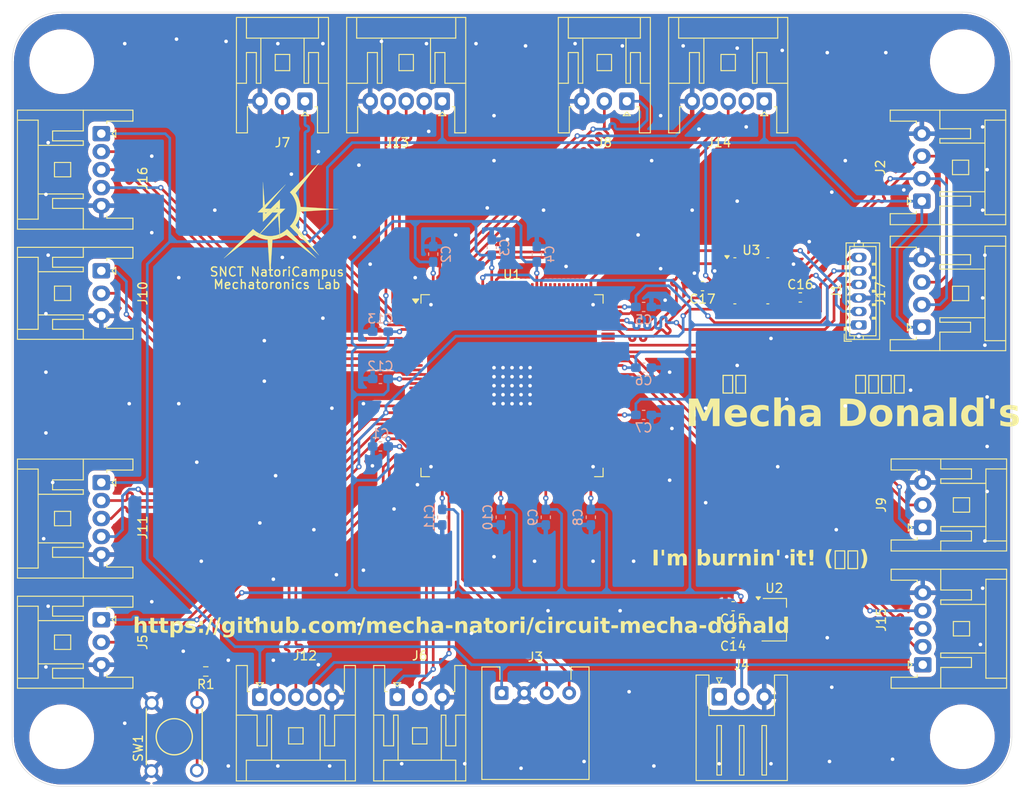
<source format=kicad_pcb>
(kicad_pcb (version 20241229) (generator "pcbnew") (generator_version "9.0")
  (layers (0 "F.Cu" signal) (2 "B.Cu" signal) (13 "F.Paste" user) (15 "B.Paste" user) (5 "F.SilkS" user "F.Silkscreen") (7 "B.SilkS" user "B.Silkscreen") (1 "F.Mask" user) (3 "B.Mask" user) (25 "Edge.Cuts" user))
  (net 0 "")
  (net 1 "+3.3V")
  (net 2 "GND")
  (net 3 "+5V")
  (net 4 "NRST")
  (net 5 "SWO")
  (net 6 "SWCLK")
  (net 7 "SWDIO")
  (net 8 "CAN_N")
  (net 9 "CAN_P")
  (net 10 "UART_RX")
  (net 11 "UART_TX")
  (net 13 "MD1_DIR")
  (net 14 "MD1_PWM")
  (net 15 "MD2_PWM")
  (net 16 "MD2_DIR")
  (net 17 "MD3_PWM")
  (net 18 "MD3_DIR")
  (net 19 "MD4_PWM")
  (net 20 "MD4_DIR")
  (net 21 "MD5_DIR")
  (net 22 "MD5_PWM")
  (net 23 "MD6_DIR")
  (net 24 "MD6_PWM")
  (net 25 "ENC1_B")
  (net 26 "ENC1_Z")
  (net 27 "ENC1_A")
  (net 28 "ENC2_Z")
  (net 29 "ENC2_A")
  (net 30 "ENC2_B")
  (net 31 "ENC3_Z")
  (net 32 "ENC3_A")
  (net 33 "ENC3_B")
  (net 34 "ENC4_B")
  (net 35 "ENC4_Z")
  (net 36 "ENC4_A")
  (net 37 "ENC5_B")
  (net 38 "ENC5_A")
  (net 39 "ENC5_Z")
  (net 40 "ENC6_A")
  (net 41 "ENC6_Z")
  (net 42 "ENC6_B")
  (net 73 "CAN_RX")
  (net 95 "CAN_TX")
  (footprint "circuit-mecha-donald:DF1B-4P-2.5DS" (layer "F.Cu") (at 158.1 125.645)
    (property "Reference" "J3")
    (property "Value" "UART")
  )
  (footprint "circuit-mecha-donald:LOGO" (layer "F.Cu") (at 129.5 73.25)
    (property "Reference" "G***" (hide yes))
    (property "Value" "LOGO" (hide yes))
  )
  (footprint "Connector_JST:JST_XA_S03B-XASK-1N-BN_1x03_P2.50mm_Horizontal" (layer "F.Cu") (at 201.1 107.25 90)
    (property "Reference" "J9")
    (property "Value" "MD5")
  )
  (footprint "Connector_JST:JST_XA_S04B-XASK-1N-BN_1x04_P2.50mm_Horizontal" (layer "F.Cu") (at 201 71 90)
    (property "Reference" "J2")
    (property "Value" "CAN1")
  )
  (footprint "circuit-mecha-donald:tact" (layer "F.Cu") (at 118 130.5 90)
    (property "Reference" "SW1")
    (property "Value" "RESET")
  )
  (footprint "Connector_JST:JST_XA_S04B-XASK-1N-BN_1x04_P2.50mm_Horizontal" (layer "F.Cu") (at 201 85 90)
    (property "Reference" "J17")
    (property "Value" "CAN2")
  )
  (footprint "circuit-mecha-donald:holeφ3.2" (layer "F.Cu") (at 105.5 130.5)
    (property "Reference" " " (hide yes))
    (property "Value" "holeφ3.2")
  )
  (footprint "Package_TO_SOT_SMD:SOT-89-3" (layer "F.Cu") (at 184.6125 117.5)
    (property "Reference" "U2")
    (property "Value" "AP130-33Y")
  )
  (footprint "circuit-mecha-donald:JST_PA_S05B-PASK-2_1x05_P2.00mm_Horizontal" (layer "F.Cu") (at 109.9 63.5 -90)
    (property "Reference" "J16")
    (property "Value" "ENC6")
  )
  (footprint "Connector_JST:JST_XH_S3B-XH-A_1x03_P2.50mm_Horizontal" (layer "F.Cu") (at 178.5 126.055)
    (property "Reference" "J4")
    (property "Value" "PWR")
  )
  (footprint "Connector_JST:JST_XA_S03B-XASK-1N-BN_1x03_P2.50mm_Horizontal" (layer "F.Cu") (at 142.75 126.1)
    (property "Reference" "J6")
    (property "Value" "MD2")
  )
  (footprint "Connector_JST:JST_XA_S03B-XASK-1N-BN_1x03_P2.50mm_Horizontal" (layer "F.Cu") (at 109.9 117.5 -90)
    (property "Reference" "J5")
    (property "Value" "MD1")
  )
  (footprint "circuit-mecha-donald:holeφ3.2" (layer "F.Cu") (at 205.5 55.5)
    (property "Reference" " " (hide yes))
    (property "Value" "holeφ3.2")
  )
  (footprint "Capacitor_SMD:C_0603_1608Metric_Pad1.08x0.95mm_HandSolder" (layer "F.Cu") (at 180.05 116 180)
    (property "Reference" "C15")
    (property "Value" "0.1u")
  )
  (footprint "Connector_JST:JST_XA_S03B-XASK-1N-BN_1x03_P2.50mm_Horizontal" (layer "F.Cu") (at 109.9 78.7375 -90)
    (property "Reference" "J10")
    (property "Value" "MD6")
  )
  (footprint "Package_SO:SOIC-8-1EP_3.9x4.9mm_P1.27mm_EP2.95x4.9mm_Mask2.71x3.4mm" (layer "F.Cu") (at 182.07 79.85)
    (property "Reference" "U3")
    (property "Value" "ATA6561-GAQW")
  )
  (footprint "Capacitor_SMD:C_0603_1608Metric_Pad1.08x0.95mm_HandSolder" (layer "F.Cu") (at 180.05 119 180)
    (property "Reference" "C14")
    (property "Value" "0.1u")
  )
  (footprint "circuit-mecha-donald:JST_PA_S05B-PASK-2_1x05_P2.00mm_Horizontal" (layer "F.Cu") (at 127.5 126.1)
    (property "Reference" "J12")
    (property "Value" "ENC2")
  )
  (footprint "Capacitor_SMD:C_0603_1608Metric_Pad1.08x0.95mm_HandSolder" (layer "F.Cu") (at 176.645 80.445 180)
    (property "Reference" "C17")
    (property "Value" "0.1u")
  )
  (footprint "Connector_JST:JST_ZH_B6B-ZR_1x06_P1.50mm_Vertical" (layer "F.Cu") (at 194 84.75 90)
    (property "Reference" "J1")
    (property "Value" "ST-LINK")
  )
  (footprint "Resistor_SMD:R_0603_1608Metric_Pad0.98x0.95mm_HandSolder" (layer "F.Cu") (at 121.5 123.25 180)
    (property "Reference" "R1")
    (property "Value" "1k")
  )
  (footprint "circuit-mecha-donald:holeφ3.2" (layer "F.Cu") (at 205.5 130.5)
    (property "Reference" " " (hide yes))
    (property "Value" "holeφ3.2")
  )
  (footprint "Connector_JST:JST_XA_S03B-XASK-1N-BN_1x03_P2.50mm_Horizontal" (layer "F.Cu") (at 168.25 59.9 180)
    (property "Reference" "J8")
    (property "Value" "MD4")
  )
  (footprint "circuit-mecha-donald:JST_PA_S05B-PASK-2_1x05_P2.00mm_Horizontal" (layer "F.Cu") (at 183.5 59.9 180)
    (property "Reference" "J14")
    (property "Value" "ENC4")
  )
  (footprint "circuit-mecha-donald:JST_PA_S05B-PASK-2_1x05_P2.00mm_Horizontal" (layer "F.Cu") (at 201.1 122.5 90)
    (property "Reference" "J15")
    (property "Value" "ENC5")
  )
  (footprint "circuit-mecha-donald:JST_PA_S05B-PASK-2_1x05_P2.00mm_Horizontal" (layer "F.Cu") (at 109.9 102.2625 -90)
    (property "Reference" "J11")
    (property "Value" "ENC1")
  )
  (footprint "Package_QFP:LQFP-144_20x20mm_P0.5mm" (layer "F.Cu") (at 155.5 91.5)
    (property "Reference" "U1")
    (property "Value" "STM32F303ZDTx")
  )
  (footprint "circuit-mecha-donald:holeφ3.2" (layer "F.Cu") (at 105.5 55.5)
    (property "Reference" " " (hide yes))
    (property "Value" "holeφ3.2")
  )
  (footprint "circuit-mecha-donald:JST_PA_S05B-PASK-2_1x05_P2.00mm_Horizontal" (layer "F.Cu") (at 147.75 59.9 180)
    (property "Reference" "J13")
    (property "Value" "ENC3")
  )
  (footprint "Capacitor_SMD:C_0603_1608Metric_Pad1.08x0.95mm_HandSolder" (layer "F.Cu") (at 187.5075 81.695)
    (property "Reference" "C16")
    (property "Value" "0.1u")
  )
  (footprint "Connector_JST:JST_XA_S03B-XASK-1N-BN_1x03_P2.50mm_Horizontal" (layer "F.Cu") (at 132.5125 59.9 180)
    (property "Reference" "J7")
    (property "Value" "MD3")
  )
  (footprint "Capacitor_SMD:C_0603_1608Metric_Pad1.08x0.95mm_HandSolder" (layer "B.Cu") (at 147.75 106.1125 -90)
    (property "Reference" "C11")
    (property "Value" "0.1u")
  )
  (footprint "Capacitor_SMD:C_0603_1608Metric_Pad1.08x0.95mm_HandSolder" (layer "B.Cu") (at 164.25 106.1125 -90)
    (property "Reference" "C8")
    (property "Value" "0.1u")
  )
  (footprint "Capacitor_SMD:C_0603_1608Metric_Pad1.08x0.95mm_HandSolder" (layer "B.Cu") (at 158.25 76.8875 90)
    (property "Reference" "C4")
    (property "Value" "0.1u")
  )
  (footprint "Capacitor_SMD:C_0603_1608Metric_Pad1.08x0.95mm_HandSolder" (layer "B.Cu") (at 170.1125 94.75)
    (property "Reference" "C7")
    (property "Value" "0.1u")
  )
  (footprint "Capacitor_SMD:C_0603_1608Metric_Pad1.08x0.95mm_HandSolder" (layer "B.Cu") (at 153.25 76.1375 90)
    (property "Reference" "C3")
    (property "Value" "0.1u")
  )
  (footprint "Capacitor_SMD:C_0603_1608Metric_Pad1.08x0.95mm_HandSolder" (layer "B.Cu") (at 140.8875 85.5 180)
    (property "Reference" "C13")
    (property "Value" "0.1u")
  )
  (footprint "Capacitor_SMD:C_0603_1608Metric_Pad1.08x0.95mm_HandSolder" (layer "B.Cu") (at 159.25 106.1125 -90)
    (property "Reference" "C9")
    (property "Value" "0.1u")
  )
  (footprint "Capacitor_SMD:C_0603_1608Metric_Pad1.08x0.95mm_HandSolder" (layer "B.Cu") (at 140.8875 98.25 180)
    (property "Reference" "C1")
    (property "Value" "0.1u")
  )
  (footprint "Capacitor_SMD:C_0603_1608Metric_Pad1.08x0.95mm_HandSolder" (layer "B.Cu") (at 170.1125 82.75)
    (property "Reference" "C5")
    (property "Value" "0.1u")
  )
  (footprint "Capacitor_SMD:C_0603_1608Metric_Pad1.08x0.95mm_HandSolder" (layer "B.Cu") (at 170.1125 89.5)
    (property "Reference" "C6")
    (property "Value" "0.1u")
  )
  (footprint "Capacitor_SMD:C_0603_1608Metric_Pad1.08x0.95mm_HandSolder" (layer "B.Cu") (at 154.25 106.1125 -90)
    (property "Reference" "C10")
    (property "Value" "0.1u")
  )
  (footprint "Capacitor_SMD:C_0603_1608Metric_Pad1.08x0.95mm_HandSolder" (layer "B.Cu") (at 146.75 76.8875 90)
    (property "Reference" "C2")
    (property "Value" "0.1u")
  )
  (footprint "Capacitor_SMD:C_0603_1608Metric_Pad1.08x0.95mm_HandSolder" (layer "B.Cu") (at 140.8875 90.75 180)
    (property "Reference" "C12")
    (property "Value" "0.1u")
  )
  (gr_line (start 100 130.5) (end 100 55.5) (stroke (width 0.05)) (layer "Edge.Cuts"))
  (gr_arc (start 100 55.5) (mid 101.610913 51.610913) (end 105.5 50) (stroke (width 0.05)) (layer "Edge.Cuts"))
  (gr_line (start 105.5 50) (end 205.5 50) (stroke (width 0.05)) (layer "Edge.Cuts"))
  (gr_line (start 205.5 136) (end 105.5 136) (stroke (width 0.05)) (layer "Edge.Cuts"))
  (gr_arc (start 105.5 136) (mid 101.610913 134.389087) (end 100 130.5) (stroke (width 0.05)) (layer "Edge.Cuts"))
  (gr_arc (start 211 130.5) (mid 209.389087 134.389087) (end 205.5 136) (stroke (width 0.05)) (layer "Edge.Cuts"))
  (gr_line (start 211 55.5) (end 211 130.5) (stroke (width 0.05)) (layer "Edge.Cuts"))
  (gr_arc (start 205.5 50) (mid 209.389087 51.610913) (end 211 55.5) (stroke (width 0.05)) (layer "Edge.Cuts"))
  (gr_text "メカ" (at 178.75 92.25 0) (layer "F.SilkS") (effects (font (size 1.7 1.7) (thickness 0.3) (bold yes)) (justify left bottom)))
  (gr_text "I'm burnin' it! (迫真)" (at 171 111.75 0) (layer "F.SilkS") (effects (font (size 1.7 1.7) (thickness 0.3) (bold yes)) (justify left bottom)))
  (gr_text "ドナルド" (at 193.5 92.25 0) (layer "F.SilkS") (effects (font (size 1.7 1.7) (thickness 0.3) (bold yes)) (justify left bottom)))
  (gr_text "https://github.com/mecha-natori/circuit-mecha-donald" (at 113.41 119.25 0) (layer "F.SilkS") (effects (font (size 1.7 1.7) (thickness 0.3) (bold yes)) (justify left bottom)))
  (gr_text "Mecha Donald's" (at 174.75 96.5 0) (layer "F.SilkS") (effects (font (size 3 3) (thickness 0.3) (bold yes)) (justify left bottom)))
  (segment (start 143.25 85.25) (end 143 85.5) (width 0.3) (layer "F.Cu") (net 1))
  (segment (start 158.25 80.8375) (end 158.25 79) (width 0.3) (layer "F.Cu") (net 1))
  (segment (start 146.75 79) (end 146.75 80.8375) (width 0.3) (layer "F.Cu") (net 1))
  (segment (start 180.9125 116) (end 182.6625 116) (width 0.3) (layer "F.Cu") (net 1))
  (segment (start 186.645 81.355) (end 188.75 79.25) (width 0.3) (layer "F.Cu") (net 1))
  (segment (start 180.9125 114.9125) (end 180.9125 116) (width 0.3) (layer "F.Cu") (net 1))
  (segment (start 125.5 114.5) (end 122.4125 117.5875) (width 0.3) (layer "F.Cu") (net 1))
  (segment (start 188.75 79.25) (end 189.25 79.25) (width 0.3) (layer "F.Cu") (net 1))
  (segment (start 184.6325 81.755) (end 186.585 81.755) (width 0.3) (layer "F.Cu") (net 1))
  (segment (start 142.9 97.4) (end 143.75 98.25) (width 0.3) (layer "F.Cu") (net 1))
  (segment (start 166.1625 89.25) (end 167.75 89.25) (width 0.3) (layer "F.Cu") (net 1))
  (segment (start 143.75 98.25) (end 144.8375 98.25) (width 0.3) (layer "F.Cu") (net 1))
  (segment (start 166.1625 94.75) (end 168 94.75) (width 0.3) (layer "F.Cu") (net 1))
  (segment (start 147.75 102.1625) (end 147.75 104) (width 0.3) (layer "F.Cu") (net 1))
  (segment (start 144.8375 90.75) (end 143 90.75) (width 0.3) (layer "F.Cu") (net 1))
  (segment (start 159.25 102.1625) (end 159.25 104) (width 0.3) (layer "F.Cu") (net 1))
  (segment (start 164.25 102.1625) (end 164.25 104) (width 0.3) (layer "F.Cu") (net 1))
  (segment (start 166.1625 82.75) (end 168 82.75) (width 0.3) (layer "F.Cu") (net 1))
  (segment (start 154.25 102.1625) (end 154.25 104) (width 0.3) (layer "F.Cu") (net 1))
  (segment (start 122.4125 117.5875) (end 122.4125 123.25) (width 0.3) (layer "F.Cu") (net 1))
  (segment (start 141.75 97.4) (end 142.9 97.4) (width 0.3) (layer "F.Cu") (net 1))
  (segment (start 143.5 98.75) (end 144.8375 98.75) (width 0.3) (layer "F.Cu") (net 1))
  (segment (start 186.645 81.695) (end 186.645 81.355) (width 0.3) (layer "F.Cu") (net 1))
  (segment (start 167.75 89.25) (end 168 89.5) (width 0.3) (layer "F.Cu") (net 1))
  (segment (start 144.8375 85.25) (end 143.25 85.25) (width 0.3) (layer "F.Cu") (net 1))
  (segment (start 153.25 80.8375) (end 153.25 78.4) (width 0.3) (layer "F.Cu") (net 1))
  (segment (start 143 98.25) (end 143.5 98.75) (width 0.3) (layer "F.Cu") (net 1))
  (via (at 158.25 79) (size 0.6) (drill 0.3) (layers "F.Cu" "B.Cu") (net 1))
  (via (at 143 85.5) (size 0.6) (drill 0.3) (layers "F.Cu" "B.Cu") (net 1))
  (via (at 168 94.75) (size 0.6) (drill 0.3) (layers "F.Cu" "B.Cu") (net 1))
  (via (at 143 98.25) (size 0.6) (drill 0.3) (layers "F.Cu" "B.Cu") (net 1))
  (via (at 143 90.75) (size 0.6) (drill 0.3) (layers "F.Cu" "B.Cu") (net 1))
  (via (at 189.25 79.25) (size 0.6) (drill 0.3) (layers "F.Cu" "B.Cu") (net 1))
  (via (at 164.25 104) (size 0.6) (drill 0.3) (layers "F.Cu" "B.Cu") (net 1))
  (via (at 159.25 104) (size 0.6) (drill 0.3) (layers "F.Cu" "B.Cu") (net 1))
  (via (at 180.9125 114.9125) (size 0.6) (drill 0.3) (layers "F.Cu" "B.Cu") (net 1))
  (via (at 141.75 97.4) (size 0.6) (drill 0.3) (layers "F.Cu" "B.Cu") (net 1))
  (via (at 168 82.75) (size 0.6) (drill 0.3) (layers "F.Cu" "B.Cu") (net 1))
  (via (at 168 89.5) (size 0.6) (drill 0.3) (layers "F.Cu" "B.Cu") (net 1))
  (via (at 154.25 104) (size 0.6) (drill 0.3) (layers "F.Cu" "B.Cu") (net 1))
  (via (at 153.25 78.4) (size 0.6) (drill 0.3) (layers "F.Cu" "B.Cu") (net 1))
  (via (at 146.75 79) (size 0.6) (drill 0.3) (layers "F.Cu" "B.Cu") (net 1))
  (via (at 125.5 114.5) (size 0.6) (drill 0.3) (layers "F.Cu" "B.Cu") (net 1))
  (via (at 147.75 104) (size 0.6) (drill 0.3) (layers "F.Cu" "B.Cu") (net 1))
  (segment (start 137.75 101.5) (end 137.75 102.5) (width 0.3) (layer "B.Cu") (net 1))
  (segment (start 161 114) (end 161.25 114.25) (width 0.3) (layer "B.Cu") (net 1))
  (segment (start 154.25 104) (end 154.25 105.25) (width 0.3) (layer "B.Cu") (net 1))
  (segment (start 165.5 105.25) (end 164.25 105.25) (width 0.3) (layer "B.Cu") (net 1))
  (segment (start 190.75 84.5) (end 190.5 84.25) (width 0.3) (layer "B.Cu") (net 1))
  (segment (start 156 105.75) (end 156 114) (width 0.3) (layer "B.Cu") (net 1))
  (segment (start 155.5 114.5) (end 155.75 114.25) (width 0.3) (layer "B.Cu") (net 1))
  (segment (start 144.75 77.25) (end 144.75 73.75) (width 0.3) (layer "B.Cu") (net 1))
  (segment (start 149.5 114) (end 150 114.5) (width 0.3) (layer "B.Cu") (net 1))
  (segment (start 165.5 114.5) (end 165.75 114.25) (width 0.3) (layer "B.Cu") (net 1))
  (segment (start 137.25 114.5) (end 138.25 114.5) (width 0.3) (layer "B.Cu") (net 1))
  (segment (start 175 92.75) (end 175 93.25) (width 0.3) (layer "B.Cu") (net 1))
  (segment (start 147.75 104) (end 147.75 105.25) (width 0.3) (layer "B.Cu") (net 1))
  (segment (start 143 85.5) (end 141.75 85.5) (width 0.3) (layer "B.Cu") (net 1))
  (segment (start 156.5 114.5) (end 160.5 114.5) (width 0.3) (layer "B.Cu") (net 1))
  (segment (start 156.25 114.25) (end 156.5 114.5) (width 0.3) (layer "B.Cu") (net 1))
  (segment (start 138.25 92.5) (end 138 92.75) (width 0.3) (layer "B.Cu") (net 1))
  (segment (start 159.25 104) (end 159.25 105.25) (width 0.3) (layer "B.Cu") (net 1))
  (segment (start 137.75 101.5) (end 138 101.75) (width 0.3) (layer "B.Cu") (net 1))
  (segment (start 151.5 76.5) (end 151.5 73.75) (width 0.3) (layer "B.Cu") (net 1))
  (segment (start 137.75 93) (end 137.75 101.5) (width 0.3) (layer "B.Cu") (net 1))
  (segment (start 151.75 73.5) (end 151.5 73.75) (width 0.3) (layer "B.Cu") (net 1))
  (segment (start 138 101.75) (end 138.25 102) (width 0.3) (layer "B.Cu") (net 1))
  (segment (start 165.5 114.5) (end 166.5 114.5) (width 0.3) (layer "B.Cu") (net 1))
  (segment (start 190.5 84.25) (end 190.25 84.5) (width 0.3) (layer "B.Cu") (net 1))
  (segment (start 175.5 84.5) (end 175.25 84.25) (width 0.3) (layer "B.Cu") (net 1))
  (segment (start 175 88) (end 174.75 87.75) (width 0.3) (layer "B.Cu") (net 1))
  (segment (start 151 73.25) (end 145.25 73.25) (width 0.3) (layer "B.Cu") (net 1))
  (segment (start 175.25 93.5) (end 175.25 114) (width 0.3) (layer "B.Cu") (net 1))
  (segment (start 169.75 93) (end 174.75 93) (width 0.3) (layer "B.Cu") (net 1))
  (segment (start 152 77) (end 151.5 76.5) (width 0.3) (layer "B.Cu") (net 1))
  (segment (start 175 114.25) (end 175.5 114.25) (width 0.3) (layer "B.Cu") (net 1))
  (segment (start 175.25 82.75) (end 172.9 80.4) (width 0.3) (layer "B.Cu") (net 1))
  (segment (start 138 114.25) (end 137.75 114) (width 0.3) (layer "B.Cu") (net 1))
  (segment (start 156 114) (end 156.25 114.25) (width 0.3) (layer "B.Cu") (net 1))
  (segment (start 150 114.5) (end 155.5 114.5) (width 0.3) (layer "B.Cu") (net 1))
  (segment (start 141.75 98.25) (end 141.75 97.4) (width 0.3) (layer "B.Cu") (net 1))
  (segment (start 156 73.25) (end 152 73.25) (width 0.3) (layer "B.Cu") (net 1))
  (segment (start 158.25 77.75) (end 157 77.75) (width 0.3) (layer "B.Cu") (net 1))
  (segment (start 175 114.25) (end 174.75 114.5) (width 0.3) (layer "B.Cu") (net 1))
  (segment (start 170.35 80.4) (end 169.25 81.5) (width 0.3) (layer "B.Cu") (net 1))
  (segment (start 138 92.25) (end 138 92.75) (width 0.3) (layer "B.Cu") (net 1))
  (segment (start 160.5 105.25) (end 161 105.75) (width 0.3) (layer "B.Cu") (net 1))
  (segment (start 175.25 87.25) (end 175.25 88.25) (width 0.3) (layer "B.Cu") (net 1))
  (segment (start 164.25 104) (end 164.25 105.25) (width 0.3) (layer "B.Cu") (net 1))
  (segment (start 151.25 73.5) (end 151.75 73.5) (width 0.3) (layer "B.Cu") (net 1))
  (segment (start 169.75 87.75) (end 174.75 87.75) (width 0.3) (layer "B.Cu") (net 1))
  (segment (start 138.25 114.5) (end 138 114.25) (width 0.3) (layer "B.Cu") (net 1))
  (segment (start 175.25 114) (end 175 114.25) (width 0.3) (layer "B.Cu") (net 1))
  (segment (start 160.75 114.25) (end 161.25 114.25) (width 0.3) (layer "B.Cu") (net 1))
  (segment (start 190 84.75) (end 175.75 84.75) (width 0.3) (layer "B.Cu") (net 1))
  (segment (start 161 105.75) (end 161 114) (width 0.3) (layer "B.Cu") (net 1))
  (segment (start 169.25 89.5) (end 169.25 88.25) (width 0.3) (layer "B.Cu") (net 1))
  (segment (start 175.25 114) (end 175.5 114.25) (width 0.3) (layer "B.Cu") (net 1))
  (segment (start 138 92.75) (end 137.75 93) (width 0.3) (layer "B.Cu") (net 1))
  (segment (start 191 84.75) (end 194 84.75) (width 0.3) (layer "B.Cu") (net 1))
  (segment (start 166 114) (end 166 105.75) (width 0.3) (layer "B.Cu") (net 1))
  (segment (start 180.9125 114.9125) (end 180.5 114.5) (width 0.3) (layer "B.Cu") (net 1))
  (segment (start 190.25 84.5) (end 190 84.75) (width 0.3) (layer "B.Cu") (net 1))
  (segment (start 137.75 77.75) (end 137.75 86.75) (width 0.3) (layer "B.Cu") (net 1))
  (segment (start 138 102.25) (end 138.25 102) (width 0.3) (layer "B.Cu") (net 1))
  (segment (start 144.75 73.75) (end 144.5 73.5) (width 0.3) (layer "B.Cu") (net 1))
  (segment (start 175.5 114.25) (end 175.75 114.5) (width 0.3) (layer "B.Cu") (net 1))
  (segment (start 138 92.25) (end 138.25 92.5) (width 0.3) (layer "B.Cu") (net 1))
  (segment (start 175.75 84.75) (end 175.5 85) (width 0.3) (layer "B.Cu") (net 1))
  (segment (start 160.5 114.5) (end 161.5 114.5) (width 0.3) (layer "B.Cu") (net 1))
  (segment (start 144.5 73.5) (end 144.25 73.25) (width 0.3) (layer "B.Cu") (net 1))
  (segment (start 137.75 114) (end 137.5 114.25) (width 0.3) (layer "B.Cu") (net 1))
  (segment (start 161.25 114.25) (end 161.5 114.5) (width 0.3) (layer "B.Cu") (net 1))
  (segment (start 175 87.5) (end 175.25 87.25) (width 0.3) (layer "B.Cu") (net 1))
  (segment (start 168 89.5) (end 169.25 89.5) (width 0.3) (layer "B.Cu") (net 1))
  (segment (start 166.25 114.25) (end 166 114) (width 0.3) (layer "B.Cu") (net 1))
  (segment (start 137.75 86.75) (end 138.25 87.25) (width 0.3) (layer "B.Cu") (net 1))
  (segment (start 160.5 114.5) (end 160.75 114.25) (width 0.3) (layer "B.Cu") (net 1))
  (segment (start 161.5 114.5) (end 165.5 114.5) (width 0.3) (layer "B.Cu") (net 1))
  (segment (start 137.5 114.25) (end 137.25 114.5) (width 0.3) (layer "B.Cu") (net 1))
  (segment (start 146.75 79) (end 146.75 77.75) (width 0.3) (layer "B.Cu") (net 1))
  (segment (start 138.25 87.25) (end 137.75 87.75) (width 0.3) (layer "B.Cu") (net 1))
  (segment (start 141.75 85.5) (end 141.75 86.75) (width 0.3) (layer "B.Cu") (net 1))
  (segment (start 149 105.25) (end 149.5 105.75) (width 0.3) (layer "B.Cu") (net 1))
  (segment (start 144.5 73.5) (end 145 73.5) (width 0.3) (layer "B.Cu") (net 1))
  (segment (start 137.75 111.5) (end 137.75 102.5) (width 0.3) (layer "B.Cu") (net 1))
  (segment (start 138.25 102) (end 140.5 102) (width 0.3) (layer "B.Cu") (net 1))
  (segment (start 155.75 114.25) (end 156.25 114.25) (width 0.3) (layer "B.Cu") (net 1))
  (segment (start 141.25 92.5) (end 138.25 92.5) (width 0.3) (layer "B.Cu") (net 1))
  (segment (start 153.25 77) (end 152 77) (width 0.3) (layer "B.Cu") (net 1))
  (segment (start 144.25 73.25) (end 145.25 73.25) (width 0.3) (layer "B.Cu") (net 1))
  (segment (start 137.75 87.75) (end 137.75 92) (width 0.3) (layer "B.Cu") (net 1))
  (segment (start 175.5 85) (end 175.25 85.25) (width 0.3) (layer "B.Cu") (net 1))
  (segment (start 191 84.75) (end 190.75 84.5) (width 0.3) (layer "B.Cu") (net 1))
  (segment (start 175.5 84.5) (end 175.5 85) (width 0.3) (layer "B.Cu") (net 1))
  (segment (start 190.5 80.5) (end 190.5 84.25) (width 0.3) (layer "B.Cu") (net 1))
  (segment (start 174.75 114.5) (end 166.5 114.5) (width 0.3) (layer "B.Cu") (net 1))
  (segment (start 174.75 93) (end 175 93.25) (width 0.3) (layer "B.Cu") (net 1))
  (segment (start 168 94.75) (end 169.25 94.75) (width 0.3) (layer "B.Cu") (net 1))
  (segment (start 165.75 114.25) (end 166 114) (width 0.3) (layer "B.Cu") (net 1))
  (segment (start 175.75 114.5) (end 174.75 114.5) (width 0.3) (layer "B.Cu") (net 1))
  (segment (start 137.75 92) (end 137.75 93) (width 0.3) (layer "B.Cu") (net 1))
  (segment (start 149 114.5) (end 138.25 114.5) (width 0.3) (layer "B.Cu") (net 1))
  (segment (start 169.25 93.5) (end 169.75 93) (width 0.3) (layer "B.Cu") (net 1))
  (segment (start 189.25 79.25) (end 190.5 80.5) (width 0.3) (layer "B.Cu") (net 1))
  (segment (start 175.25 92.5) (end 175.25 88.25) (width 0.3) (layer "B.Cu") (net 1))
  (segment (start 145 73.5) (end 144.75 73.75) (width 0.3) (layer "B.Cu") (net 1))
  (segment (start 165.75 114.25) (end 166.25 114.25) (width 0.3) (layer "B.Cu") (net 1))
  (segment (start 175.25 85.25) (end 175.25 84.25) (width 0.3) (layer "B.Cu") (net 1))
  (segment (start 155.5 105.25) (end 156 105.75) (width 0.3) (layer "B.Cu") (net 1))
  (segment (start 158.25 79) (end 158.25 77.75) (width 0.3) (layer "B.Cu") (net 1))
  (segment (start 141.75 100.75) (end 141.75 98.25) (width 0.3) (layer "B.Cu") (net 1))
  (segment (start 143 90.75) (end 141.75 90.75) (width 0.3) (layer "B.Cu") (net 1))
  (segment (start 155.75 114.25) (end 156 114) (width 0.3) (layer "B.Cu") (net 1))
  (segment (start 157 77.75) (end 156.5 77.25) (width 0.3) (layer "B.Cu") (net 1))
  (segment (start 145.25 77.75) (end 144.75 77.25) (width 0.3) (layer "B.Cu") (net 1))
  (segment (start 151 73.25) (end 152 73.25) (width 0.3) (layer "B.Cu") (net 1))
  (segment (start 149.5 114) (end 149 114.5) (width 0.3) (layer "B.Cu") (net 1))
  (segment (start 145.25 73.25) (end 145 73.5) (width 0.3) (layer "B.Cu") (net 1))
  (segment (start 141.75 92) (end 141.25 92.5) (width 0.3) (layer "B.Cu") (net 1))
  (segment (start 169.25 88.25) (end 169.75 87.75) (width 0.3) (layer "B.Cu") (net 1))
  (segment (start 146.75 77.75) (end 145.25 77.75) (width 0.3) (layer "B.Cu") (net 1))
  (segment (start 137.75 102.5) (end 138 102.25) (width 0.3) (layer "B.Cu") (net 1))
  (segment (start 141.75 90.75) (end 141.75 92) (width 0.3) (layer "B.Cu") (net 1))
  (segment (start 174.75 93) (end 175 92.75) (width 0.3) (layer "B.Cu") (net 1))
  (segment (start 142.25 73.25) (end 137.75 77.75) (width 0.3) (layer "B.Cu") (net 1))
  (segment (start 166.5 114.5) (end 166.25 114.25) (width 0.3) (layer "B.Cu") (net 1))
  (segment (start 144.25 73.25) (end 142.25 73.25) (width 0.3) (layer "B.Cu") (net 1))
  (segment (start 153.25 78.4) (end 153.25 77) (width 0.3) (layer "B.Cu") (net 1))
  (segment (start 169.25 94.75) (end 169.25 93.5) (width 0.3) (layer "B.Cu") (net 1))
  (segment (start 190 84.75) (end 191 84.75) (width 0.3) (layer "B.Cu") (net 1))
  (segment (start 140.5 102) (end 141.75 100.75) (width 0.3) (layer "B.Cu") (net 1))
  (segment (start 155.5 114.5) (end 156.5 114.5) (width 0.3) (layer "B.Cu") (net 1))
  (segment (start 137.5 114.25) (end 138 114.25) (width 0.3) (layer "B.Cu") (net 1))
  (segment (start 138 101.75) (end 138 102.25) (width 0.3) (layer "B.Cu") (net 1))
  (segment (start 169.25 81.5) (end 169.25 82.75) (width 0.3) (layer "B.Cu") (net 1))
  (segment (start 137.75 92) (end 138 92.25) (width 0.3) (layer "B.Cu") (net 1))
  (segment (start 180.5 114.5) (end 175.75 114.5) (width 0.3) (layer "B.Cu") (net 1))
  (segment (start 175.25 92.5) (end 175.25 93.5) (width 0.3) (layer "B.Cu") (net 1))
  (segment (start 175.75 84.75) (end 175.5 84.5) (width 0.3) (layer "B.Cu") (net 1))
  (segment (start 152 73.25) (end 151.75 73.5) (width 0.3) (layer "B.Cu") (net 1))
  (segment (start 175 87.5) (end 175 88) (width 0.3) (layer "B.Cu") (net 1))
  (segment (start 160.75 114.25) (end 161 114) (width 0.3) (layer "B.Cu") (net 1))
  (segment (start 137.25 114.5) (end 125.5 114.5) (width 0.3) (layer "B.Cu") (net 1))
  (segment (start 137.75 114) (end 137.75 111.5) (width 0.3) (layer "B.Cu") (net 1))
  (segment (start 166 105.75) (end 165.5 105.25) (width 0.3) (layer "B.Cu") (net 1))
  (segment (start 175.25 88.25) (end 175 88) (width 0.3) (layer "B.Cu") (net 1))
  (segment (start 175 93.25) (end 175.25 93.5) (width 0.3) (layer "B.Cu") (net 1))
  (segment (start 156.5 77.25) (end 156.5 73.75) (width 0.3) (layer "B.Cu") (net 1))
  (segment (start 190.25 84.5) (end 190.75 84.5) (width 0.3) (layer "B.Cu") (net 1))
  (segment (start 141.25 87.25) (end 138.25 87.25) (width 0.3) (layer "B.Cu") (net 1))
  (segment (start 175 92.75) (end 175.25 92.5) (width 0.3) (layer "B.Cu") (net 1))
  (segment (start 159.25 105.25) (end 160.5 105.25) (width 0.3) (layer "B.Cu") (net 1))
  (segment (start 174.75 87.75) (end 175 87.5) (width 0.3) (layer "B.Cu") (net 1))
  (segment (start 141.75 86.75) (end 141.25 87.25) (width 0.3) (layer "B.Cu") (net 1))
  (segment (start 175.25 87.25) (end 175.25 85.25) (width 0.3) (layer "B.Cu") (net 1))
  (segment (start 172.9 80.4) (end 170.35 80.4) (width 0.3) (layer "B.Cu") (net 1))
  (segment (start 168 82.75) (end 169.25 82.75) (width 0.3) (layer "B.Cu") (net 1))
  (segment (start 149.5 105.75) (end 149.5 114) (width 0.3) (layer "B.Cu") (net 1))
  (segment (start 156.5 73.75) (end 156 73.25) (width 0.3) (layer "B.Cu") (net 1))
  (segment (start 151.25 73.5) (end 151 73.25) (width 0.3) (layer "B.Cu") (net 1))
  (segment (start 175.25 84.25) (end 175.25 82.75) (width 0.3) (layer "B.Cu") (net 1))
  (segment (start 151.5 73.75) (end 151.25 73.5) (width 0.3) (layer "B.Cu") (net 1))
  (segment (start 154.25 105.25) (end 155.5 105.25) (width 0.3) (layer "B.Cu") (net 1))
  (segment (start 147.75 105.25) (end 149 105.25) (width 0.3) (layer "B.Cu") (net 1))
  (segment (start 141.75 98.25) (end 143 98.25) (width 0.3) (layer "B.Cu") (net 1))
  (segment (start 166.1625 83.25) (end 167.5 83.25) (width 0.3) (layer "F.Cu") (net 2))
  (segment (start 163.75 101.25) (end 163.75 101) (width 0.3) (layer "F.Cu") (net 2))
  (segment (start 144.8375 90.25) (end 143.420654 90.25) (width 0.3) (layer "F.Cu") (net 2))
  (segment (start 144.8375 97.25) (end 146 97.25) (width 0.3) (layer "F.Cu") (net 2))
  (segment (start 153.75 103.25) (end 153.5 103.5) (width 0.3) (layer "F.Cu") (net 2))
  (segment (start 163.75 102.1625) (end 163.75 103.25) (width 0.3) (layer "F.Cu") (net 2))
  (segment (start 166.1625 89.75) (end 165 89.75) (width 0.3) (layer "F.Cu") (net 2))
  (segment (start 158.75 103.25) (end 158.5 103.5) (width 0.3) (layer "F.Cu") (net 2))
  (segment (start 147.25 79.5) (end 147.25 79.45) (width 0.3) (layer "F.Cu") (net 2))
  (segment (start 158.75 80.8375) (end 158.75 79.75) (width 0.3) (layer "F.Cu") (net 2))
  (segment (start 143.170654 90) (end 142.5 90) (width 0.3) (layer "F.Cu") (net 2))
  (segment (start 153.75 80.8375) (end 153.75 79.75) (width 0.3) (layer "F.Cu") (net 2))
  (segment (start 153.75 80.8375) (end 153.75 82) (width 0.3) (layer "F.Cu") (net 2))
  (segment (start 153.75 102.1625) (end 153.75 103.25) (width 0.3) (layer "F.Cu") (net 2))
  (segment (start 153.75 79.75) (end 154 79.5) (width 0.3) (layer "F.Cu") (net 2))
  (segment (start 167.5 83.25) (end 167.75 83.5) (width 0.3) (layer "F.Cu") (net 2))
  (segment (start 163.75 102.1625) (end 163.75 101.25) (width 0.3) (layer "F.Cu") (net 2))
  (segment (start 166.1625 95.25) (end 167.25 95.25) (width 0.3) (layer "F.Cu") (net 2))
  (segment (start 144.8375 90.25) (end 146 90.25) (width 0.3) (layer "F.Cu") (net 2))
  (segment (start 158.75 79.75) (end 159 79.5) (width 0.3) (layer "F.Cu") (net 2))
  (segment (start 153.75 102.1625) (end 153.75 101) (width 0.3) (layer "F.Cu") (net 2))
  (segment (start 149.75 80.8375) (end 149.75 82) (width 0.3) (layer "F.Cu") (net 2))
  (segment (start 166.1625 83.25) (end 165 83.25) (width 0.3) (layer "F.Cu") (net 2))
  (segment (start 143.420654 90.25) (end 143.170654 90) (width 0.3) (layer "F.Cu") (net 2))
  (segment (start 158.75 102.1625) (end 158.75 103.25) (width 0.3) (layer "F.Cu") (net 2))
  (segment (start 144.8375 97.75) (end 146 97.75) (width 0.3) (layer "F.Cu") (net 2))
  (segment (start 158.75 80.8375) (end 158.75 82) (width 0.3) (layer "F.Cu") (net 2))
  (segment (start 147.25 102.1625) (end 147.25 101) (width 0.3) (layer "F.Cu") (net 2))
  (segment (start 147.5 79.2) (end 147.5 78) (width 0.3) (layer "F.Cu") (net 2))
  (segment (start 147.25 80.8375) (end 147.25 82) (width 0.3) (layer "F.Cu") (net 2))
  (segment (start 167.75 83.5) (end 168.5 83.5) (width 0.3) (layer "F.Cu") (net 2))
  (segment (start 194 81.75) (end 192.75 81.75) (width 0.5) (layer "F.Cu") (net 2))
  (segment (start 147.25 80.8375) (end 147.25 79.5) (width 0.3) (layer "F.Cu") (net 2))
  (segment (start 163.75 103.25) (end 163.5 103.5) (width 0.3) (layer "F.Cu") (net 2))
  (segment (start 158.75 102.1625) (end 158.75 101) (width 0.3) (layer "F.Cu") (net 2))
  (segment (start 166.1625 95.25) (end 165 95.25) (width 0.3) (layer "F.Cu") (net 2))
  (segment (start 167.25 95.25) (end 167.5 95.5) (width 0.3) (layer "F.Cu") (net 2))
  (segment (start 147.25 79.45) (end 147.5 79.2) (width 0.3) (layer "F.Cu") (net 2))
  (via (at 208.25 103.25) (size 0.8) (drill 0.4) (layers "F.Cu" "B.Cu") (net 2))
  (via (at 156.5 93.5) (size 0.8) (drill 0.4) (layers "F.Cu" "B.Cu") (net 2))
  (via (at 155.5 92.5) (size 0.8) (drill 0.4) (layers "F.Cu" "B.Cu") (net 2))
  (via (at 146.5 82.5) (size 0.8) (drill 0.4) (layers "F.Cu" "B.Cu") (net 2))
  (via (at 173 90) (size 0.8) (drill 0.4) (layers "F.Cu" "B.Cu") (net 2))
  (via (at 146 53.5) (size 0.8) (drill 0.4) (layers "F.Cu" "B.Cu") (net 2))
  (via (at 129.25 101.5) (size 0.8) (drill 0.4) (layers "F.Cu" "B.Cu") (net 2))
  (via (at 175.75 79) (size 0.8) (drill 0.4) (layers "F.Cu" "B.Cu") (net 2))
  (via (at 157.5 92.5) (size 0.8) (drill 0.4) (layers "F.Cu" "B.Cu") (net 2))
  (via (at 145 102.5) (size 0.8) (drill 0.4) (layers "F.Cu" "B.Cu") (net 2))
  (via (at 180.5 89.25) (size 0.8) (drill 0.4) (layers "F.Cu" "B.Cu") (net 2))
  (via (at 185 100.5) (size 0.8) (drill 0.4) (layers "F.Cu" "B.Cu") (net 2))
  (via (at 190.5 54.5) (size 0.8) (drill 0.4) (layers "F.Cu" "B.Cu") (net 2))
  (via (at 186.75 78) (size 0.8) (drill 0.4) (layers "F.Cu" "B.Cu") (net 2))
  (via (at 135.5 94) (size 0.8) (drill 0.4) (layers "F.Cu" "B.Cu") (net 2))
  (via (at 115.5 66) (size 0.8) (drill 0.4) (layers "F.Cu" "B.Cu") (net 2))
  (via (at 153.5 110.5) (size 0.8) (drill 0.4) (layers "F.Cu" "B.Cu") (net 2))
  (via (at 207.75 81.75) (size 0.8) (drill 0.4) (layers "F.Cu" "B.Cu") (net 2))
  (via (at 157.5 91.5) (size 0.8) (drill 0.4) (layers "F.Cu" "B.Cu") (net 2))
  (via (at 115.5 74.5) (size 0.8) (drill 0.4) (layers "F.Cu" "B.Cu") (net 2))
  (via (at 175.5 72) (size 0.8) (drill 0.4) (layers "F.Cu" "B.Cu") (net 2))
  (via (at 194 86) (size 0.8) (drill 0.4) (layers "F.Cu" "B.Cu") (net 2))
  (via (at 177 104.5) (size 0.8) (drill 0.4) (layers "F.Cu" "B.Cu") (net 2))
  (via (at 184.25 133.5) (size 0.8) (drill 0.4) (layers "F.Cu" "B.Cu") (net 2))
  (via (at 192.5 93.75) (size 0.8) (drill 0.4) (layers "F.Cu" "B.Cu") (net 2))
  (via (at 171 66.5) (size 0.8) (drill 0.4) (layers "F.Cu" "B.Cu") (net 2))
  (via (at 168.5 125.5) (size 0.8) (drill 0.4) (layers "F.Cu" "B.Cu") (net 2))
  (via (at 136 112.5) (size 0.8) (drill 0.4) (layers "F.Cu" "B.Cu") (net 2))
  (via (at 155.5 93.5) (size 0.8) (drill 0.4) (layers "F.Cu" "B.Cu") (net 2))
  (via (at 153.5 61.5) (size 0.8) (drill 0.4) (layers "F.Cu" "B.Cu") (net 2))
  (via (at 152.75 71.75) (size 0.8) (drill 0.4) (layers "F.Cu" "B.Cu") (net 2))
  (via (at 151.5 53.5) (size 0.8) (drill 0.4) (layers "F.Cu" "B.Cu") (net 2))
  (via (at 103.75 70.25) (size 0.8) (drill 0.4) (layers "F.Cu" "B.Cu") (net 2))
  (via (at 174.5 53.75) (size 0.8) (drill 0.4) (layers "F.Cu" "B.Cu") (net 2))
  (via (at 128 86.5) (size 0.8) (drill 0.4) (layers "F.Cu" "B.Cu") (net 2))
  (via (at 173.25 96.25) (size 0.8) (drill 0.4) (layers "F.Cu" "B.Cu") (net 2))
  (via (at 181.5 62.75) (size 0.8) (drill 0.4) (layers "F.Cu" "B.Cu") (net 2))
  (via (at 172 78.5) (size 0.8) (drill 0.4) (layers "F.Cu" "B.Cu") (net 2))
  (via (at 169.5 74.75) (size 0.8) (drill 0.4) (layers "F.Cu" "B.Cu") (net 2))
  (via (at 120.5 100) (size 0.8) (drill 0.4) (layers "F.Cu" "B.Cu") (net 2))
  (via (at 118.25 53) (size 0.8) (drill 0.4) (layers "F.Cu" "B.Cu") (net 2))
  (via (at 146.25 63.25) (size 0.8) (drill 0.4) (layers "F.Cu" "B.Cu") (net 2))
  (via (at 155.5 91.5) (size 0.8) (drill 0.4) (layers "F.Cu" "B.Cu") (net 2))
  (via (at 118.5 93.5) (size 0.8) (drill 0.4) (layers "F.Cu" "B.Cu") (net 2))
  (via (at 154.5 90.5) (size 0.8) (drill 0.4) (layers "F.Cu" "B.Cu") (net 2))
  (via (at 173 102) (size 0.8) (drill 0.4) (layers "F.Cu" "B.Cu") (net 2))
  (via (at 192.5 66.5) (size 0.8) (drill 0.4) (layers "F.Cu" "B.Cu") (net 2))
  (via (at 208.25 98.25) (size 0.8) (drill 0.4) (layers "F.Cu" "B.Cu") (net 2))
  (via (at 156.5 134) (size 0.8) (drill 0.4) (layers "F.Cu" "B.Cu") (net 2))
  (via (at 155 75.25) (size 0.8) (drill 0.4) (layers "F.Cu" "B.Cu") (net 2))
  (via (at 164.5 100.5) (size 0.8) (drill 0.4) (layers "F.Cu" "B.Cu") (net 2))
  (via (at 157.5 93.5) (size 0.8) (drill 0.4) (layers "F.Cu" "B.Cu") (net 2))
  (via (at 171.25 133.75) (size 0.8) (drill 0.4) (layers "F.Cu" "B.Cu") (net 2))
  (via (at 138 75) (size 0.8) (drill 0.4) (layers "F.Cu" "B.Cu") (net 2))
  (via (at 103.75 96.75) (size 0.8) (drill 0.4) (layers "F.Cu" "B.Cu") (net 2))
  (via (at 113 93.5) (size 0.8) (drill 0.4) (layers "F.Cu" "B.Cu") (net 2))
  (via (at 153.5 89.5) (size 0.8) (drill 0.4) (layers "F.Cu" "B.Cu") (net 2))
  (via (at 154.5 93.5) (size 0.8) (drill 0.4) (layers "F.Cu" "B.Cu") (net 2))
  (via (at 208 108.75) (size 0.8) (drill 0.4) (layers "F.Cu" "B.Cu") (net 2))
  (via (at 127.5 106.75) (size 0.8) (drill 0.4) (layers "F.Cu" "B.Cu") (net 2))
  (via (at 144.75 79.5) (size 0.8) (drill 0.4) (layers "F.Cu" "B.Cu") (net 2))
  (via (at 155.5 90.5) (size 0.8) (drill 0.4) (layers "F.Cu" "B.Cu") (net 2))
  (via (at 121 111) (size 0.8) (drill 0.4) (layers "F.Cu" "B.Cu") (net 2))
  (via (at 207.75 72) (size 0.8) (drill 0.4) (layers "F.Cu" "B.Cu") (net 2))
  (via (at 130 77.25) (size 0.8) (drill 0.4) (layers "F.Cu" "B.Cu") (net 2))
  (via (at 153.5 92.5) (size 0.8) (drill 0.4) (layers "F.Cu" "B.Cu") (net 2))
  (via (at 127 117.5) (size 0.8) (drill 0.4) (layers "F.Cu" "B.Cu") (net 2))
  (via (at 162.5 53.5) (size 0.8) (drill 0.4) (layers "F.Cu" "B.Cu") (net 2))
  (via (at 143.25 133.5) (size 0.8) (drill 0.4) (layers "F.Cu" "B.Cu") (net 2))
  (via (at 153.5 93.5) (size 0.8) (drill 0.4) (layers "F.Cu" "B.Cu") (net 2))
  (via (at 199.75 92) (size 0.8) (drill 0.4) (layers "F.Cu" "B.Cu") (net 2))
  (via (at 156.5 92.5) (size 0.8) (drill 0.4) (layers "F.Cu" "B.Cu") (net 2))
  (via (at 208.25 67.5) (size 0.8) (drill 0.4) (layers "F.Cu" "B.Cu") (net 2))
  (via (at 154.5 89.5) (size 0.8) (drill 0.4) (layers "F.Cu" "B.Cu") (net 2))
  (via (at 184.25 86.25) (size 0.8) (drill 0.4) (layers "F.Cu" "B.Cu") (net 2))
  (via (at 208.25 92.75) (size 0.8) (drill 0.4) (layers "F.Cu" "B.Cu") (net 2))
  (via (at 157.5 89.5) (size 0.8) (drill 0.4) (layers "F.Cu" "B.Cu") (net 2))
  (via (at 178.5 133.5) (size 0.8) (drill 0.4) (layers "F.Cu" "B.Cu") (net 2))
  (via (at 191 70) (size 0.8) (drill 0.4) (layers "F.Cu" "B.Cu") (net 2))
  (via (at 131 68) (size 0.8) (drill 0.4) (layers "F.Cu" "B.Cu") (net 2))
  (via (at 208 77) (size 0.8) (drill 0.4) (layers "F.Cu" "B.Cu") (net 2))
  (via (at 134.5 53.5) (size 0.8) (drill 0.4) (layers "F.Cu" "B.Cu") (net 2))
  (via (at 180.5 71) (size 0.8) (drill 0.4) (layers "F.Cu" "B.Cu") (net 2))
  (via (at 149.25 74.75) (size 0.8) (drill 0.4) (layers "F.Cu" "B.Cu") (net 2))
  (via (at 118.5 79.5) (size 0.8) (drill 0.4) (layers "F.Cu" "B.Cu") (net 2))
  (via (at 139 112) (size 0.8) (drill 0.4) (layers "F.Cu" "B.Cu") (net 2))
  (via (at 197 54.5) (size 0.8) (drill 0.4) (layers "F.Cu" "B.Cu") (net 2))
  (via (at 154.5 91.5) (size 0.8) (drill 0.4) (layers "F.Cu" "B.Cu") (net 2))
  (via (at 186 110.5) (size 0.8) (drill 0.4) (layers "F.Cu" "B.Cu") (net 2))
  (via (at 150.25 133.5) (size 0.8) (drill 0.4) (layers "F.Cu" "B.Cu") (net 2))
  (via (at 104.5 102.25) (size 0.8) (drill 0.4) (layers "F.Cu" "B.Cu") (net 2))
  (via (at 190.75 133.25) (size 0.8) (drill 0.4) (layers "F.Cu" "B.Cu") (net 2))
  (via (at 158 111) (size 0.8) (drill 0.4) (layers "F.Cu" "B.Cu") (net 2))
  (via (at 207.75 62.75) (size 0.8) (drill 0.4) (layers "F.Cu" "B.Cu") (net 2))
  (via (at 124 122) (size 0.8) (drill 0.4) (layers "F.Cu" "B.Cu") (net 2))
  (via (at 185.5 54.25) (size 0.8) (drill 0.4) (layers "F.Cu" "B.Cu") (net 2))
  (via (at 167.5 116.5) (size 0.8) (drill 0.4) (layers "F.Cu" "B.Cu") (net 2))
  (via (at 155.5 89.5) (size 0.8) (drill 0.4) (layers "F.Cu" "B.Cu") (net 2))
  (via (at 135.25 133.75) (size 0.8) (drill 0.4) (layers "F.Cu" "B.Cu") (net 2))
  (via (at 119 121) (size 0.8) (drill 0.4) (layers "F.Cu" "B.Cu") (net 2))
  (via (at 138.5 67) (size 0.8) (drill 0.4) (layers "F.Cu" "B.Cu") (net 2))
  (via (at 208 87) (size 0.8) (drill 0.4) (layers "F.Cu" "B.Cu") (net 2))
  (via (at 104 116) (size 0.8) (drill 0.4) (layers "F.Cu" "B.Cu") (net 2))
  (via (at 180.5 54) (size 0.8) (drill 0.4) (layers "F.Cu" "B.Cu") (net 2))
  (via (at 190.5 119.5) (size 0.8) (drill 0.4) (layers "F.Cu" "B.Cu") (net 2))
  (via (at 146.5 100.5) (size 0.8) (drill 0.4) (layers "F.Cu" "B.Cu") (net 2))
  (via (at 207.75 114) (size 0.8) (drill 0.4) (layers "F.Cu" "B.Cu") (net 2))
  (via (at 153.5 91.5) (size 0.8) (drill 0.4) (layers "F.Cu" "B.Cu") (net 2))
  (via (at 164.5 82.5) (size 0.8) (drill 0.4) (layers "F.Cu" "B.Cu") (net 2))
  (via (at 133.5 107.5) (size 0.8) (drill 0.4) (layers "F.Cu" "B.Cu") (net 2))
  (via (at 157.5 90.5) (size 0.8) (drill 0.4) (layers "F.Cu" "B.Cu") (net 2))
  (via (at 142.4 105.2) (size 0.8) (drill 0.4) (layers "F.Cu" "B.Cu") (net 2))
  (via (at 172.5 82) (size 0.8) (drill 0.4) (layers "F.Cu" "B.Cu") (net 2))
  (via (at 189 80.5) (size 0.8) (drill 0.4) (layers "F.Cu" "B.Cu") (net 2))
  (via (at 161.5 78.25) (size 0.8) (drill 0.4) (layers "F.Cu" "B.Cu") (net 2))
  (via (at 178 78.75) (size 0.8) (drill 0.4) (layers "F.Cu" "B.Cu") (net 2))
  (via (at 163.5 133.25) (size 0.8) (drill 0.4) (layers "F.Cu" "B.Cu") (net 2))
  (via (at 169 111) (size 0.8) (drill 0.4) (layers "F.Cu" "B.Cu") (net 2))
  (via (at 103.75 90) (size 0.8) (drill 0.4) (layers "F.Cu" "B.Cu") (net 2))
  (via (at 186 93) (size 0.8) (drill 0.4) (layers "F.Cu" "B.Cu") (net 2))
  (via (at 103.75 83.5) (size 0.8) (drill 0.4) (layers "F.Cu" "B.Cu") (net 2))
  (via (at 194 75.5) (size 0.8) (drill 0.4) (layers "F.Cu" "B.Cu") (net 2))
  (via (at 151 119) (size 0.8) (drill 0.4) (layers "F.Cu" "B.Cu") (net 2))
  (via (at 191 125) (size 0.8) (drill 0.4) (layers "F.Cu" "B.Cu") (net 2))
  (via (at 177 94) (size 0.8) (drill 0.4) (layers "F.Cu" "B.Cu") (net 2))
  (via (at 207.5 120.25) (size 0.8) (drill 0.4) (layers "F.Cu" "B.Cu") (net 2))
  (via (at 153.5 90.5) (size 0.8) (drill 0.4) (layers "F.Cu" "B.Cu") (net 2))
  (via (at 157 53.75) (size 0.8) (drill 0.4) (layers "F.Cu" "B.Cu") (net 2))
  (via (at 156.5 90.5) (size 0.8) (drill 0.4) (layers "F.Cu" "B.Cu") (net 2))
  (via (at 104 77) (size 0.8) (drill 0.4) (layers "F.Cu" "B.Cu") (net 2))
  (via (at 134 122.5) (size 0.8) (drill 0.4) (layers "F.Cu" "B.Cu") (net 2))
  (via (at 164.5 111) (size 0.8) (drill 0.4) (layers "F.Cu" "B.Cu") (net 2))
  (via (at 123.75 53.25) (size 0.8) (drill 0.4) (layers "F.Cu" "B.Cu") (net 2))
  (via (at 139 93.5) (size 0.8) (drill 0.4) (layers "F.Cu" "B.Cu") (net 2))
  (via (at 139.75 78) (size 0.8) (drill 0.4) (layers "F.Cu" "B.Cu") (net 2))
  (via (at 128 91) (size 0.8) (drill 0.4) (layers "F.Cu" "B.Cu") (net 2))
  (via (at 159 72) (size 0.8) (drill 0.4) (layers "F.Cu" "B.Cu") (net 2))
  (via (at 156.5 89.5) (size 0.8) (drill 0.4) (layers "F.Cu" "B.Cu") (net 2))
  (via (at 199 69.75) (size 0.8) (drill 0.4) (layers "F.Cu" "B.Cu") (net 2))
  (via (at 115.5 115.5) (size 0.8) (drill 0.4) (layers "F.Cu" "B.Cu") (net 2))
  (via (at 197.75 133) (size 0.8) (drill 0.4) (layers "F.Cu" "B.Cu") (net 2))
  (via (at 129.5 133.75) (size 0.8) (drill 0.4) (layers "F.Cu" "B.Cu") (net 2))
  (via (at 129.5 53.5) (size 0.8) (drill 0.4) (layers "F.Cu" "B.Cu") (net 2))
  (via (at 191.5 107.5) (size 0.8) (drill 0.4) (layers "F.Cu" "B.Cu") (net 2))
  (via (at 104 64.5) (size 0.8) (drill 0.4) (layers "F.Cu" "B.Cu") (net 2))
  (via (at 159.5 116.5) (size 0.8) (drill 0.4) (layers "F.Cu" "B.Cu") (net 2))
  (via (at 176.25 63) (size 0.8) (drill 0.4) (layers "F.Cu" "B.Cu") (net 2))
  (via (at 122.5 72) (size 0.8) (drill 0.4) (layers "F.Cu" "B.Cu") (net 2))
  (via (at 154.5 92.5) (size 0.8) (drill 0.4) (layers "F.Cu" "B.Cu") (net 2))
  (via (at 134 65.5) (size 0.8) (drill 0.4) (layers "F.Cu" "B.Cu") (net 2))
  (via (at 140 100.4) (size 0.8) (drill 0.4) (layers "F.Cu" "B.Cu") (net 2))
  (via (at 153.5 66.5) (size 0.8) (drill 0.4) (layers "F.Cu" "B.Cu") (net 2))
  (via (at 112.5 53.5) (size 0.8) (drill 0.4) (layers "F.Cu" "B.Cu") (net 2))
  (via (at 124 133.75) (size 0.8) (drill 0.4) (layers "F.Cu" "B.Cu") (net 2))
  (via (at 188.5 75.5) (size 0.8) (drill 0.4) (layers "F.Cu" "B.Cu") (net 2))
  (via (at 103.75 122.75) (size 0.8) (drill 0.4) (layers "F.Cu" "B.Cu") (net 2))
  (via (at 134.5 84) (size 0.8) (drill 0.4) (layers "F.Cu" "B.Cu") (net 2))
  (via (at 129 122) (size 0.8) (drill 0.4) (layers "F.Cu" "B.Cu") (net 2))
  (via (at 129 113) (size 0.8) (drill 0.4) (layers "F.Cu" "B.Cu") (net 2))
  (via (at 141 53.25) (size 0.8) (drill 0.4) (layers "F.Cu" "B.Cu") (net 2))
  (via (at 138.5 118) (size 0.8) (drill 0.4) (layers "F.Cu" "B.Cu") (net 2))
  (via (at 103.5 108.5) (size 0.8) (drill 0.4) (layers "F.Cu" "B.Cu") (net 2))
  (via (at 167.75 53.75) (size 0.8) (drill 0.4) (layers "F.Cu" "B.Cu") (net 2))
  (via (at 156.5 91.5) (size 0.8) (drill 0.4) (layers "F.Cu" "B.Cu") (net 2))
  (via (at 172 61.5) (size 0.8) (drill 0.4) (layers "F.Cu" "B.Cu") (net 2))
  (via (at 112.5 129) (size 0.8) (drill 0.4) (layers "F.Cu" "B.Cu") (net 2))
  (segment (start 177.5075 80.445) (end 177.5075 79.7575) (width 0.3) (layer "F.Cu") (net 3))
  (segment (start 177.5075 79.7575) (end 177 79.25) (width 0.3) (layer "F.Cu") (net 3))
  (segment (start 181 126.055) (end 181 119.0875) (width 0.3) (layer "F.Cu") (net 3))
  (segment (start 179.5075 80.485) (end 177.5475 80.485) (width 0.3) (layer "F.Cu") (net 3))
  (segment (start 181 119.0875) (end 180.9125 119) (width 0.3) (layer "F.Cu") (net 3))
  (segment (start 177.5475 80.485) (end 177.5075 80.445) (width 0.3) (layer "F.Cu") (net 3))
  (segment (start 180.9125 119) (end 182.6625 119) (width 0.3) (layer "F.Cu") (net 3))
  (via (at 177 79.25) (size 0.6) (drill 0.3) (layers "F.Cu" "B.Cu") (net 3))
  (segment (start 153.75 122.5) (end 151 122.5) (width 0.3) (layer "B.Cu") (net 3))
  (segment (start 198.25 83.75) (end 199.5 85) (width 0.3) (layer "B.Cu") (net 3))
  (segment (start 154.35 123.15) (end 154.35 123.1) (width 0.3) (layer "B.Cu") (net 3))
  (segment (start 118 75.5) (end 118.25 75.5) (width 0.3) (layer "B.Cu") (net 3))
  (segment (start 154.35 123.15) (end 154.35 125.645) (width 0.3) (layer "B.Cu") (net 3))
  (segment (start 183.5 64) (end 183.5 59.9) (width 0.3) (layer "B.Cu") (net 3))
  (segment (start 117.5 75.5) (end 118 75.5) (width 0.3) (layer "B.Cu") (net 3))
  (segment (start 176.75 64.75) (end 176.5 64.5) (width 0.3) (layer "B.Cu") (net 3))
  (segment (start 115 78) (end 117.5 75.5) (width 0.3) (layer "B.Cu") (net 3))
  (segment (start 124.75 120.5) (end 115 110.75) (width 0.3) (layer "B.Cu") (net 3))
  (segment (start 177 79.25) (end 177 65) (width 0.3) (layer "B.Cu") (net 3))
  (segment (start 199.5 85) (end 201 85) (width 0.3) (layer "B.Cu") (net 3))
  (segment (start 127.5 121) (end 127.25 120.75) (width 0.3) (layer "B.Cu") (net 3))
  (segment (start 115 101.75) (end 115 102.75) (width 0.3) (layer "B.Cu") (net 3))
  (segment (start 114.75 102) (end 114.75 102.5) (width 0.3) (layer "B.Cu") (net 3))
  (segment (start 147.5 64.25) (end 148 64.25) (width 0.3) (layer "B.Cu") (net 3))
  (segment (start 187 64.5) (end 193.5 71) (width 0.3) (layer "B.Cu") (net 3))
  (segment (start 117 63.5) (end 109.9 63.5) (width 0.3) (layer "B.Cu") (net 3))
  (segment (start 177 65) (end 177.25 64.75) (width 0.3) (layer "B.Cu") (net 3))
  (segment (start 183.25 64.25) (end 183.75 64.25) (width 0.3) (layer "B.Cu") (net 3))
  (segment (start 155 122.5) (end 154.75 122.75) (width 0.3) (layer "B.Cu") (net 3))
  (segment (start 135 67.25) (end 135 73.5) (width 0.3) (layer "B.Cu") (net 3))
  (segment (start 117.5 75.5) (end 117.5 75) (width 0.3) (layer "B.Cu") (net 3))
  (segment (start 114.75 102) (end 115 101.75) (width 0.3) (layer "B.Cu") (net 3))
  (segment (start 135 73.5) (end 133 75.5) (width 0.3) (layer "B.Cu") (net 3))
  (segment (start 181.5 122.5) (end 201.1 122.5) (width 0.3) (layer "B.Cu") (net 3))
  (segment (start 114.75 102.5) (end 114.5125 102.2625) (width 0.3) (layer "B.Cu") (net 3))
  (segment (start 181 123) (end 181.25 122.75) (width 0.3) (layer "B.Cu") (net 3))
  (segment (start 180.5 122.5) (end 181.5 122.5) (width 0.3) (layer "B.Cu") (net 3))
  (segment (start 154 122.75) (end 153.75 122.5) (width 0.3) (layer "B.Cu") (net 3))
  (segment (start 151 122.5) (end 149 120.5) (width 0.3) (layer "B.Cu") (net 3))
  (segment (start 176.5 64.5) (end 177.5 64.5) (width 0.3) (layer "B.Cu") (net 3))
  (segment (start 147.25 64.5) (end 137.75 64.5) (width 0.3) (layer "B.Cu") (net 3))
  (segment (start 177.25 64.75) (end 177.5 64.5) (width 0.3) (layer "B.Cu") (net 3))
  (segment (start 181 126.055) (end 181 123) (width 0.3) (layer "B.Cu") (net 3))
  (segment (start 201 71) (end 201 73.5) (width 0.3) (layer "B.Cu") (net 3))
  (segment (start 114.5125 102.2625) (end 109.9 102.2625) (width 0.3) (layer "B.Cu") (net 3))
  (segment (start 127 120.5) (end 128 120.5) (width 0.3) (layer "B.Cu") (net 3))
  (segment (start 183.25 64.25) (end 183.5 64) (width 0.3) (layer "B.Cu") (net 3))
  (segment (start 114.5125 102.2625) (end 114.5125 102.2375) (width 0.3) (layer "B.Cu") (net 3))
  (segment (start 147.5 64.25) (end 147.25 64.5) (width 0.3) (layer "B.Cu") (net 3))
  (segment (start 183.75 64.25) (end 184 64.5) (width 0.3) (layer "B.Cu") (net 3))
  (segment (start 117.5 74.75) (end 117.5 64) (width 0.3) (layer "B.Cu") (net 3))
  (segment (start 154.75 122.75) (end 154.35 123.15) (width 0.3) (layer "B.Cu") (net 3))
  (segment (start 153.75 122.5) (end 155 122.5) (width 0.3) (layer "B.Cu") (net 3))
  (segment (start 147.75 64) (end 147.5 64.25) (width 0.3) (layer "B.Cu") (net 3))
  (segment (start 127.25 120.75) (end 127 120.5) (width 0.3) (layer "B.Cu") (net 3))
  (segment (start 180.5 122.5) (end 155 122.5) (width 0.3) (layer "B.Cu") (net 3))
  (segment (start 154.35 123.1) (end 154 122.75) (width 0.3) (layer "B.Cu") (net 3))
  (segment (start 137.75 64.5) (end 135 67.25) (width 0.3) (layer "B.Cu") (net 3))
  (segment (start 115 102.75) (end 114.75 102.5) (width 0.3) (layer "B.Cu") (net 3))
  (segment (start 183.5 64) (end 183.75 64.25) (width 0.3) (layer "B.Cu") (net 3))
  (segment (start 193.5 71) (end 201 71) (width 0.3) (layer "B.Cu") (net 3))
  (segment (start 127 120.5) (end 124.75 120.5) (width 0.3) (layer "B.Cu") (net 3))
  (segment (start 184 64.5) (end 187 64.5) (width 0.3) (layer "B.Cu") (net 3))
  (segment (start 177 65) (end 176.75 64.75) (width 0.3) (layer "B.Cu") (net 3))
  (segment (start 127.5 121) (end 127.5 126.1) (width 0.3) (layer "B.Cu") (net 3))
  (segment (start 147.75 64) (end 148 64.25) (width 0.3) (layer "B.Cu") (net 3))
  (segment (start 177.5 64.5) (end 183 64.5) (width 0.3) (layer "B.Cu") (net 3))
  (segment (start 133 75.5) (end 118.25 75.5) (width 0.3) (layer "B.Cu") (net 3))
  (segment (start 148.25 64.5) (end 147.25 64.5) (width 0.3) (layer "B.Cu") (net 3))
  (segment (start 201 73.5) (end 198.25 76.25) (width 0.3) (layer "B.Cu") (net 3))
  (segment (start 180.75 122.75) (end 181.25 122.75) (width 0.3) (layer "B.Cu") (net 3))
  (segment (start 198.25 76.25) (end 198.25 83.75) (width 0.3) (layer "B.Cu") (net 3))
  (segment (start 117.5 74.75) (end 118.25 75.5) (width 0.3) (layer "B.Cu") (net 3))
  (segment (start 180.75 122.75) (end 180.5 122.5) (width 0.3) (layer "B.Cu") (net 3))
  (segment (start 181.25 122.75) (end 181.5 122.5) (width 0.3) (layer "B.Cu") (net 3))
  (segment (start 148.25 64.5) (end 176.5 64.5) (width 0.3) (layer "B.Cu") (net 3))
  (segment (start 149 120.5) (end 128 120.5) (width 0.3) (layer "B.Cu") (net 3))
  (segment (start 127.25 120.75) (end 127.75 120.75) (width 0.3) (layer "B.Cu") (net 3))
  (segment (start 181 123) (end 180.75 122.75) (width 0.3) (layer "B.Cu") (net 3))
  (segment (start 128 120.5) (end 127.75 120.75) (width 0.3) (layer "B.Cu") (net 3))
  (segment (start 115 101.75) (end 115 78) (width 0.3) (layer "B.Cu") (net 3))
  (segment (start 117.5 75) (end 118 75.5) (width 0.3) (layer "B.Cu") (net 3))
  (segment (start 183 64.5) (end 183.25 64.25) (width 0.3) (layer "B.Cu") (net 3))
  (segment (start 154 122.75) (end 154.75 122.75) (width 0.3) (layer "B.Cu") (net 3))
  (segment (start 148 64.25) (end 148.25 64.5) (width 0.3) (layer "B.Cu") (net 3))
  (segment (start 115 110.75) (end 115 102.75) (width 0.3) (layer "B.Cu") (net 3))
  (segment (start 117.5 75) (end 117.5 74.75) (width 0.3) (layer "B.Cu") (net 3))
  (segment (start 117.5 64) (end 117 63.5) (width 0.3) (layer "B.Cu") (net 3))
  (segment (start 147.75 59.9) (end 147.75 64) (width 0.3) (layer "B.Cu") (net 3))
  (segment (start 127.75 120.75) (end 127.5 121) (width 0.3) (layer "B.Cu") (net 3))
  (segment (start 114.5125 102.2375) (end 114.75 102) (width 0.3) (layer "B.Cu") (net 3))
  (segment (start 183 64.5) (end 184 64.5) (width 0.3) (layer "B.Cu") (net 3))
  (segment (start 176.75 64.75) (end 177.25 64.75) (width 0.3) (layer "B.Cu") (net 3))
  (segment (start 143.25 94.75) (end 144.8375 94.75) (width 0.3) (layer "F.Cu") (net 4))
  (segment (start 189.75 83.25) (end 189.75 80.25) (width 0.3) (layer "F.Cu") (net 4))
  (segment (start 120.54 126.69) (end 120.54 134.21) (width 0.3) (layer "F.Cu") (net 4))
  (segment (start 120.54 123.2975) (end 120.5875 123.25) (width 0.3) (layer "F.Cu") (net 4))
  (segment (start 143 94.5) (end 143.25 94.75) (width 0.3) (layer "F.Cu") (net 4))
  (segment (start 179 83.75) (end 189.25 83.75) (width 0.3) (layer "F.Cu") (net 4))
  (segment (start 120.54 134.21) (end 120.5 134.25) (width 0.3) (layer "F.Cu") (net 4))
  (segment (start 124 115) (end 138.5 100.5) (width 0.3) (layer "F.Cu") (net 4))
  (segment (start 120.54 126.69) (end 120.54 123.2975) (width 0.3) (layer "F.Cu") (net 4))
  (segment (start 120.5875 118.4125) (end 124 115) (width 0.3) (layer "F.Cu") (net 4))
  (segment (start 189.25 83.75) (end 189.75 83.25) (width 0.3) (layer "F.Cu") (net 4))
  (segment (start 175.25 83) (end 178.25 83) (width 0.3) (layer "F.Cu") (net 4))
  (segment (start 120.5875 123.25) (end 120.5875 118.4125) (width 0.3) (layer "F.Cu") (net 4))
  (segment (start 178.25 83) (end 179 83.75) (width 0.3) (layer "F.Cu") (net 4))
  (segment (start 174.5 83.75) (end 175.25 83) (width 0.3) (layer "F.Cu") (net 4))
  (segment (start 141.5 94.5) (end 143 94.5) (width 0.3) (layer "F.Cu") (net 4))
  (segment (start 189.75 80.25) (end 191.25 78.75) (width 0.3) (layer "F.Cu") (net 4))
  (via (at 141.5 94.5) (size 0.6) (drill 0.3) (layers "F.Cu" "B.Cu") (net 4))
  (via (at 138.5 100.5) (size 0.6) (drill 0.3) (layers "F.Cu" "B.Cu") (net 4))
  (via (at 174.5 83.75) (size 0.6) (drill 0.3) (layers "F.Cu" "B.Cu") (net 4))
  (via (at 191.25 78.75) (size 0.6) (drill 0.3) (layers "F.Cu" "B.Cu") (net 4))
  (segment (start 149.25 86) (end 174 86) (width 0.3) (layer "B.Cu") (net 4))
  (segment (start 191.25 78.75) (end 194 78.75) (width 0.3) (layer "B.Cu") (net 4))
  (segment (start 174 86) (end 174.5 85.5) (width 0.3) (layer "B.Cu") (net 4))
  (segment (start 141.5 94.5) (end 141.5 93.75) (width 0.3) (layer "B.Cu") (net 4))
  (segment (start 141.5 93.75) (end 149.25 86) (width 0.3) (layer "B.Cu") (net 4))
  (segment (start 138.5 97.5) (end 138.5 100.5) (width 0.3) (layer "B.Cu") (net 4))
  (segment (start 141.5 94.5) (end 138.5 97.5) (width 0.3) (layer "B.Cu") (net 4))
  (segment (start 174.5 85.5) (end 174.5 83.75) (width 0.3) (layer "B.Cu") (net 4))
  (segment (start 190.5 80.75) (end 192.25 79) (width 0.3) (layer "F.Cu") (net 5))
  (segment (start 178 84.5) (end 189.75 84.5) (width 0.3) (layer "F.Cu") (net 5))
  (segment (start 189.75 84.5) (end 190.5 83.75) (width 0.3) (layer "F.Cu") (net 5))
  (segment (start 192.25 79) (end 192.25 78) (width 0.3) (layer "F.Cu") (net 5))
  (segment (start 177.25 83.75) (end 178 84.5) (width 0.3) (layer "F.Cu") (net 5))
  (segment (start 190.5 83.75) (end 190.5 80.75) (width 0.3) (layer "F.Cu") (net 5))
  (segment (start 193 77.25) (end 194 77.25) (width 0.3) (layer "F.Cu") (net 5))
  (segment (start 152.25 80.8375) (end 152.25 79.5) (width 0.3) (layer "F.Cu") (net 5))
  (segment (start 192.25 78) (end 193 77.25) (width 0.3) (layer "F.Cu") (net 5))
  (via (at 152.25 79.5) (size 0.6) (drill 0.3) (layers "F.Cu" "B.Cu") (net 5))
  (via (at 177.25 83.75) (size 0.6) (drill 0.3) (layers "F.Cu" "B.Cu") (net 5))
  (segment (start 158 79.8) (end 157.4 79.2) (width 0.3) (layer "B.Cu") (net 5))
  (segment (start 152.55 79.2) (end 152.25 79.5) (width 0.3) (layer "B.Cu") (net 5))
  (segment (start 177.25 83.75) (end 173.3 79.8) (width 0.3) (layer "B.Cu") (net 5))
  (segment (start 157.4 79.2) (end 152.55 79.2) (width 0.3) (layer "B.Cu") (net 5))
  (segment (start 173.3 79.8) (end 158 79.8) (width 0.3) (layer "B.Cu") (net 5))
  (segment (start 167.5 76.5) (end 164.25 79.75) (width 0.3) (layer "F.Cu") (net 6))
  (segment (start 164.25 79.75) (end 164.25 80.8375) (width 0.3) (layer "F.Cu") (net 6))
  (segment (start 187.5 76.5) (end 167.5 76.5) (width 0.3) (layer "F.Cu") (net 6))
  (via (at 187.5 76.5) (size 0.6) (drill 0.3) (layers "F.Cu" "B.Cu") (net 6))
  (segment (start 192.25 83.25) (end 194 83.25) (width 0.3) (layer "B.Cu") (net 6))
  (segment (start 191.5 80.5) (end 191.5 82.5) (width 0.3) (layer "B.Cu") (net 6))
  (segment (start 191.5 82.5) (end 192.25 83.25) (width 0.3) (layer "B.Cu") (net 6))
  (segment (start 187.5 76.5) (end 191.5 80.5) (width 0.3) (layer "B.Cu") (net 6))
  (segment (start 192.25 80.25) (end 194 80.25) (width 0.3) (layer "F.Cu") (net 7))
  (segment (start 190.25 85.25) (end 191.25 84.25) (width 0.3) (layer "F.Cu") (net 7))
  (segment (start 168.25 84.25) (end 166.1625 84.25) (width 0.3) (layer "F.Cu") (net 7))
  (segment (start 173.75 84.5) (end 174.5 85.25) (width 0.3) (layer "F.Cu") (net 7))
  (segment (start 191.25 81.25) (end 192.25 80.25) (width 0.3) (layer "F.Cu") (net 7))
  (segment (start 191.25 84.25) (end 191.25 81.25) (width 0.3) (layer "F.Cu") (net 7))
  (segment (start 174.5 85.25) (end 190.25 85.25) (width 0.3) (layer "F.Cu") (net 7))
  (via (at 168.25 84.25) (size 0.6) (drill 0.3) (layers "F.Cu" "B.Cu") (net 7))
  (via (at 173.75 84.5) (size 0.6) (drill 0.3) (layers "F.Cu" "B.Cu") (net 7))
  (segment (start 172.019762 84.26) (end 172.019762 84.102456) (width 0.3) (layer "B.Cu") (net 7))
  (segment (start 169.619762 84.5) (end 169.619762 84.102477) (width 0.3) (layer "B.Cu") (net 7))
  (segment (start 172.019762 84.5) (end 172.019762 84.26) (width 0.3) (layer "B.Cu") (net 7))
  (segment (start 171.059762 83.862477) (end 171.179762 83.862477) (width 0.3) (layer "B.Cu") (net 7))
  (segment (start 172.619762 84.102456) (end 172.619762 84.26) (width 0.3) (layer "B.Cu") (net 7))
  (segment (start 169.619762 84.897523) (end 169.619762 84.74) (width 0.3) (layer "B.Cu") (net 7))
  (segment (start 169.859762 83.862477) (end 169.979762 83.862477) (width 0.3) (layer "B.Cu") (net 7))
  (segment (start 172.259762 83.862456) (end 172.379762 83.862456) (width 0.3) (layer "B.Cu") (net 7))
  (segment (start 170.219762 84.102477) (end 170.219762 84.5) (width 0.3) (layer "B.Cu") (net 7))
  (segment (start 170.459762 85.137523) (end 170.579762 85.137523) (width 0.3) (layer "B.Cu") (net 7))
  (segment (start 168.5 84.5) (end 168.779762 84.5) (width 0.3) (layer "B.Cu") (net 7))
  (segment (start 172.859762 84.5) (end 172.979762 84.5) (width 0.3) (layer "B.Cu") (net 7))
  (segment (start 169.259762 85.137523) (end 169.379762 85.137523) (width 0.3) (layer "B.Cu") (net 7))
  (segment (start 168.25 84.25) (end 168.5 84.5) (width 0.3) (layer "B.Cu") (net 7))
  (segment (start 171.659762 85.137523) (end 171.779762 85.137523) (width 0.3) (layer "B.Cu") (net 7))
  (segment (start 170.819762 84.5) (end 170.819762 84.102477) (width 0.3) (layer "B.Cu") (net 7))
  (segment (start 171.419762 84.5) (end 171.419762 84.897523) (width 0.3) (layer "B.Cu") (net 7))
  (segment (start 169.619762 84.74) (end 169.619762 84.5) (width 0.3) (layer "B.Cu") (net 7))
  (segment (start 172.019762 84.897523) (end 172.019762 84.5) (width 0.3) (layer "B.Cu") (net 7))
  (segment (start 172.979762 84.5) (end 173.75 84.5) (width 0.3) (layer "B.Cu") (net 7))
  (segment (start 170.819762 84.897523) (end 170.819762 84.5) (width 0.3) (layer "B.Cu") (net 7))
  (segment (start 169.019762 84.74) (end 169.019762 84.897523) (width 0.3) (layer "B.Cu") (net 7))
  (segment (start 170.219762 84.5) (end 170.219762 84.897523) (width 0.3) (layer "B.Cu") (net 7))
  (segment (start 171.419762 84.102477) (end 171.419762 84.5) (width 0.3) (layer "B.Cu") (net 7))
  (arc (start 169.979762 83.862477) (mid 170.149468 83.932771) (end 170.219762 84.102477) (width 0.3) (layer "B.Cu") (net 7))
  (arc (start 169.019762 84.897523) (mid 169.090056 85.067229) (end 169.259762 85.137523) (width 0.3) (layer "B.Cu") (net 7))
  (arc (start 170.819762 84.102477) (mid 170.890056 83.932771) (end 171.059762 83.862477) (width 0.3) (layer "B.Cu") (net 7))
  (arc (start 172.619762 84.26) (mid 172.690056 84.429706) (end 172.859762 84.5) (width 0.3) (layer "B.Cu") (net 7))
  (arc (start 171.779762 85.137523) (mid 171.949468 85.067229) (end 172.019762 84.897523) (width 0.3) (layer "B.Cu") (net 7))
  (arc (start 171.419762 84.897523) (mid 171.490056 85.067229) (end 171.659762 85.137523) (width 0.3) (layer "B.Cu") (net 7))
  (arc (start 169.619762 84.102477) (mid 169.690056 83.932771) (end 169.859762 83.862477) (width 0.3) (layer "B.Cu") (net 7))
  (arc (start 169.379762 85.137523) (mid 169.549468 85.067229) (end 169.619762 84.897523) (width 0.3) (layer "B.Cu") (net 7))
  (arc (start 170.579762 85.137523) (mid 170.749468 85.067229) (end 170.819762 84.897523) (width 0.3) (layer "B.Cu") (net 7))
  (arc (start 168.779762 84.5) (mid 168.949468 84.570294) (end 169.019762 84.74) (width 0.3) (layer "B.Cu") (net 7))
  (arc (start 171.179762 83.862477) (mid 171.349468 83.932771) (end 171.419762 84.102477) (width 0.3) (layer "B.Cu") (net 7))
  (arc (start 170.219762 84.897523) (mid 170.290056 85.067229) (end 170.459762 85.137523) (width 0.3) (layer "B.Cu") (net 7))
  (arc (start 172.019762 84.102456) (mid 172.090056 83.93275) (end 172.259762 83.862456) (width 0.3) (layer "B.Cu") (net 7))
  (arc (start 172.379762 83.862456) (mid 172.549468 83.93275) (end 172.619762 84.102456) (width 0.3) (layer "B.Cu") (net 7))
  (segment (start 203.75 66.75) (end 203.75 79.25) (width 0.3) (layer "F.Cu") (net 8))
  (segment (start 186.515 80.485) (end 184.6325 80.485) (width 0.3) (layer "F.Cu") (net 8))
  (segment (start 195.562294 71.437706) (end 186.515 80.485) (width 0.3) (layer "F.Cu") (net 8))
  (segment (start 203.75 79.25) (end 203 80) (width 0.3) (layer "F.Cu") (net 8))
  (segment (start 196.386958 71.012331) (end 196.357021 70.982394) (width 0.3) (layer "F.Cu") (net 8))
  (segment (start 196.781285 70.558127) (end 196.811223 70.588065) (width 0.3) (layer "F.Cu") (net 8))
  (segment (start 201 66) (end 196.781285 70.218715) (width 0.3) (layer "F.Cu") (net 8))
  (segment (start 196.017611 70.982393) (end 195.932756 71.067245) (width 0.3) (layer "F.Cu") (net 8))
  (segment (start 195.932756 71.067245) (end 195.562294 71.437706) (width 0.3) (layer "F.Cu") (net 8))
  (segment (start 203 80) (end 201 80) (width 0.3) (layer "F.Cu") (net 8))
  (segment (start 201 66) (end 203 66) (width 0.3) (layer "F.Cu") (net 8))
  (segment (start 203 66) (end 203.75 66.75) (width 0.3) (layer "F.Cu") (net 8))
  (segment (start 196.811222 70.927477) (end 196.72637 71.01233) (width 0.3) (layer "F.Cu") (net 8))
  (arc (start 196.357021 70.982394) (mid 196.187315 70.9121) (end 196.017611 70.982393) (width 0.3) (layer "F.Cu") (net 8))
  (arc (start 196.781285 70.218715) (mid 196.710989 70.388422) (end 196.781285 70.558127) (width 0.3) (layer "F.Cu") (net 8))
  (arc (start 196.811223 70.588065) (mid 196.881518 70.75777) (end 196.811222 70.927477) (width 0.3) (layer "F.Cu") (net 8))
  (arc (start 196.72637 71.01233) (mid 196.556664 71.082625) (end 196.386958 71.012331) (width 0.3) (layer "F.Cu") (net 8))
  (segment (start 197 69) (end 197 69.25) (width 0.3) (layer "F.Cu") (net 9))
  (segment (start 195.527299 70.7227) (end 195.276738 70.973262) (width 0.3) (layer "F.Cu") (net 9))
  (segment (start 195.276738 70.973262) (end 187.035 79.215) (width 0.3) (layer "F.Cu") (net 9))
  (segment (start 195.640134 70.609864) (end 195.527299 70.7227) (width 0.3) (layer "F.Cu") (net 9))
  (segment (start 195.75297 69.874172) (end 195.640134 69.987007) (width 0.3) (layer "F.Cu") (net 9))
  (segment (start 187.035 79.215) (end 184.6325 79.215) (width 0.3) (layer "F.Cu") (net 9))
  (segment (start 197 69.25) (end 196.375828 69.874172) (width 0.3) (layer "F.Cu") (net 9))
  (segment (start 197.5 68.5) (end 197 69) (width 0.3) (layer "F.Cu") (net 9))
  (via (at 197.5 68.5) (size 0.6) (drill 0.3) (layers "F.Cu" "B.Cu") (net 9))
  (arc (start 196.064399 69.874172) (mid 195.908685 69.809672) (end 195.75297 69.874172) (width 0.3) (layer "F.Cu") (net 9))
  (arc (start 195.640134 70.298436) (mid 195.704633 70.45415) (end 195.640134 70.609864) (width 0.3) (layer "F.Cu") (net 9))
  (arc (start 195.640134 69.987007) (mid 195.575635 70.142721) (end 195.640134 70.298436) (width 0.3) (layer "F.Cu") (net 9))
  (arc (start 196.375828 69.874172) (mid 196.220113 69.938671) (end 196.064399 69.874172) (width 0.3) (layer "F.Cu") (net 9))
  (segment (start 201 68.5) (end 203 68.5) (width 0.3) (layer "B.Cu") (net 9))
  (segment (start 203.75 69.25) (end 203.75 81.75) (width 0.3) (layer "B.Cu") (net 9))
  (segment (start 203 82.5) (end 201 82.5) (width 0.3) (layer "B.Cu") (net 9))
  (segment (start 197.5 68.5) (end 201 68.5) (width 0.3) (layer "B.Cu") (net 9))
  (segment (start 203 68.5) (end 203.75 69.25) (width 0.3) (layer "B.Cu") (net 9))
  (segment (start 203.75 81.75) (end 203 82.5) (width 0.3) (layer "B.Cu") (net 9))
  (segment (start 151 103.75) (end 150.75 103.5) (width 0.3) (layer "F.Cu") (net 10))
  (segment (start 157.979392 119.729391) (end 157.815142 119.565142) (width 0.3) (layer "F.Cu") (net 10))
  (segment (start 157.815142 119.565142) (end 157.322702 119.072702) (width 0.3) (layer "F.Cu") (net 10))
  (segment (start 157.322702 119.072702) (end 151 112.75) (width 0.3) (layer "F.Cu") (net 10))
  (segment (start 150.75 103.5) (end 150.75 102.1625) (width 0.3) (layer "F.Cu") (net 10))
  (segment (start 158.663671 119.893643) (end 158.499419 119.729391) (width 0.3) (layer "F.Cu") (net 10))
  (segment (start 161.85 125.645) (end 161.85 123.6) (width 0.3) (layer "F.Cu") (net 10))
  (segment (start 151 112.75) (end 151 103.75) (width 0.3) (layer "F.Cu") (net 10))
  (segment (start 161.85 123.6) (end 158.663671 120.413671) (width 0.3) (layer "F.Cu") (net 10))
  (arc (start 158.663671 120.153657) (mid 158.717522 120.02365) (end 158.663671 119.893643) (width 0.3) (layer "F.Cu") (net 10))
  (arc (start 158.499419 119.729391) (mid 158.369413 119.67554) (end 158.239406 119.729391) (width 0.3) (layer "F.Cu") (net 10))
  (arc (start 158.663671 120.413671) (mid 158.60982 120.283664) (end 158.663671 120.153657) (width 0.3) (layer "F.Cu") (net 10))
  (arc (start 158.239406 119.729391) (mid 158.109399 119.783242) (end 157.979392 119.729391) (width 0.3) (layer "F.Cu") (net 10))
  (segment (start 157.228953 120.228953) (end 157.144101 120.144101) (width 0.3) (layer "F.Cu") (net 11))
  (segment (start 157.653218 120.99263) (end 157.478871 121.166974) (width 0.3) (layer "F.Cu") (net 11))
  (segment (start 157.139461 121.166975) (end 157.054608 121.082122) (width 0.3) (layer "F.Cu") (net 11))
  (segment (start 157.144101 120.144101) (end 156.415696 119.415696) (width 0.3) (layer "F.Cu") (net 11))
  (segment (start 150.25 103.5) (end 150.25 102.1625) (width 0.3) (layer "F.Cu") (net 11))
  (segment (start 159.35 125.645) (end 159.35 122.35) (width 0.3) (layer "F.Cu") (net 11))
  (segment (start 156.415696 119.415696) (end 150 113) (width 0.3) (layer "F.Cu") (net 11))
  (segment (start 150 113) (end 150 103.75) (width 0.3) (layer "F.Cu") (net 11))
  (segment (start 157.054608 120.74271) (end 157.228952 120.568363) (width 0.3) (layer "F.Cu") (net 11))
  (segment (start 159.35 122.35) (end 157.99263 120.99263) (width 0.3) (layer "F.Cu") (net 11))
  (segment (start 150 103.75) (end 150.25 103.5) (width 0.3) (layer "F.Cu") (net 11))
  (arc (start 157.478871 121.166974) (mid 157.309166 121.23727) (end 157.139461 121.166975) (width 0.3) (layer "F.Cu") (net 11))
  (arc (start 157.228952 120.568363) (mid 157.299248 120.398658) (end 157.228953 120.228953) (width 0.3) (layer "F.Cu") (net 11))
  (arc (start 157.054608 121.082122) (mid 156.984312 120.912415) (end 157.054608 120.74271) (width 0.3) (layer "F.Cu") (net 11))
  (arc (start 157.99263 120.99263) (mid 157.822923 120.922334) (end 157.653218 120.99263) (width 0.3) (layer "F.Cu") (net 11))
  (segment (start 141.25 96.75) (end 120.5 117.5) (width 0.3) (layer "F.Cu") (net 13))
  (segment (start 144.8375 96.75) (end 141.25 96.75) (width 0.3) (layer "F.Cu") (net 13))
  (via (at 120.5 117.5) (size 0.6) (drill 0.3) (layers "F.Cu" "B.Cu") (net 13))
  (segment (start 114.188571 117.5) (end 114.418419 117.5) (width 0.3) (layer "B.Cu") (net 13))
  (segment (start 114.418419 117.5) (end 116.470124 117.5) (width 0.3) (layer "B.Cu") (net 13))
  (segment (start 109.9 117.5) (end 113.218419 117.5) (width 0.3) (layer "B.Cu") (net 13))
  (segment (start 116.470124 117.5) (end 120.5 117.5) (width 0.3) (layer "B.Cu") (net 13))
  (segment (start 113.588571 117.129848) (end 113.818419 117.129848) (width 0.3) (layer "B.Cu") (net 13))
  (arc (start 113.403495 117.314924) (mid 113.457703 117.184056) (end 113.588571 117.129848) (width 0.3) (layer "B.Cu") (net 13))
  (arc (start 114.003495 117.314924) (mid 114.057703 117.445792) (end 114.188571 117.5) (width 0.3) (layer "B.Cu") (net 13))
  (arc (start 113.818419 117.129848) (mid 113.949287 117.184056) (end 114.003495 117.314924) (width 0.3) (layer "B.Cu") (net 13))
  (arc (start 113.218419 117.5) (mid 113.349287 117.445792) (end 113.403495 117.314924) (width 0.3) (layer "B.Cu") (net 13))
  (segment (start 117.000002 120) (end 140.750002 96.25) (width 0.3) (layer "F.Cu") (net 14))
  (segment (start 140.750002 96.25) (end 144.8375 96.25) (width 0.3) (layer "F.Cu") (net 14))
  (segment (start 114.23617 120) (end 115.414999 120) (width 0.3) (layer "F.Cu") (net 14))
  (segment (start 113.27617 120.24) (end 113.27617 120.328437) (width 0.3) (layer "F.Cu") (net 14))
  (segment (start 115.414999 120) (end 117.000002 120) (width 0.3) (layer "F.Cu") (net 14))
  (segment (start 113.87617 120.328437) (end 113.87617 120.24) (width 0.3) (layer "F.Cu") (net 14))
  (segment (start 114.11617 120) (end 114.23617 120) (width 0.3) (layer "F.Cu") (net 14))
  (segment (start 113.51617 120.568437) (end 113.63617 120.568437) (width 0.3) (layer "F.Cu") (net 14))
  (segment (start 109.9 120) (end 113.03617 120) (width 0.3) (layer "F.Cu") (net 14))
  (arc (start 113.03617 120) (mid 113.205876 120.070294) (end 113.27617 120.24) (width 0.3) (layer "F.Cu") (net 14))
  (arc (start 113.63617 120.568437) (mid 113.805876 120.498143) (end 113.87617 120.328437) (width 0.3) (layer "F.Cu") (net 14))
  (arc (start 113.87617 120.24) (mid 113.946464 120.070294) (end 114.11617 120) (width 0.3) (layer "F.Cu") (net 14))
  (arc (start 113.27617 120.328437) (mid 113.346464 120.498143) (end 113.51617 120.568437) (width 0.3) (layer "F.Cu") (net 14))
  (segment (start 143.5 100.25) (end 144.8375 100.25) (width 0.3) (layer "F.Cu") (net 15))
  (segment (start 146 117.077562) (end 146 116.167311) (width 0.3) (layer "F.Cu") (net 15))
  (segment (start 142.75 103) (end 142.75 101) (width 0.3) (layer "F.Cu") (net 15))
  (segment (start 145.25 126.1) (end 145.25 124.5) (width 0.3) (layer "F.Cu") (net 15))
  (segment (start 145.25 124.5) (end 146 123.75) (width 0.3) (layer "F.Cu") (net 15))
  (segment (start 146 116.167311) (end 146 106.25) (width 0.3) (layer "F.Cu") (net 15))
  (segment (start 146 117.375342) (end 146 117.077562) (width 0.3) (layer "F.Cu") (net 15))
  (segment (start 145.69778 117.975342) (end 145.69778 117.677562) (width 0.3) (layer "F.Cu") (net 15))
  (segment (start 142.75 101) (end 143.5 100.25) (width 0.3) (layer "F.Cu") (net 15))
  (segment (start 146 106.25) (end 142.75 103) (width 0.3) (layer "F.Cu") (net 15))
  (segment (start 146 123.75) (end 146 118.277562) (width 0.3) (layer "F.Cu") (net 15))
  (arc (start 145.69778 117.677562) (mid 145.742039 117.570711) (end 145.84889 117.526452) (width 0.3) (layer "F.Cu") (net 15))
  (arc (start 146 118.277562) (mid 145.955741 118.170711) (end 145.84889 118.126452) (width 0.3) (layer "F.Cu") (net 15))
  (arc (start 145.84889 118.126452) (mid 145.742039 118.082193) (end 145.69778 117.975342) (width 0.3) (layer "F.Cu") (net 15))
  (arc (start 145.84889 117.526452) (mid 145.955741 117.482193) (end 146 117.375342) (width 0.3) (layer "F.Cu") (net 15))
  (segment (start 147.164047 117.591642) (end 146.99 117.591642) (width 0.3) (layer "F.Cu") (net 16))
  (segment (start 146.75 123) (end 146.75 118.431642) (width 0.3) (layer "F.Cu") (net 16))
  (segment (start 146.99 118.191642) (end 147.164047 118.191642) (width 0.3) (layer "F.Cu") (net 16))
  (segment (start 146.75 117.351642) (end 146.75 117.231642) (width 0.3) (layer "F.Cu") (net 16))
  (segment (start 146.75 115.659539) (end 146.75 102.1625) (width 0.3) (layer "F.Cu") (net 16))
  (segment (start 146.75 117.231642) (end 146.75 115.659539) (width 0.3) (layer "F.Cu") (net 16))
  (segment (start 147.404047 117.951642) (end 147.404047 117.831642) (width 0.3) (layer "F.Cu") (net 16))
  (via (at 146.75 123) (size 0.6) (drill 0.3) (layers "F.Cu" "B.Cu") (net 16))
  (arc (start 147.404047 117.831642) (mid 147.333753 117.661936) (end 147.164047 117.591642) (width 0.3) (layer "F.Cu") (net 16))
  (arc (start 146.75 118.431642) (mid 146.820294 118.261936) (end 146.99 118.191642) (width 0.3) (layer "F.Cu") (net 16))
  (arc (start 146.99 117.591642) (mid 146.820294 117.521348) (end 146.75 117.351642) (width 0.3) (layer "F.Cu") (net 16))
  (arc (start 147.164047 118.191642) (mid 147.333753 118.121348) (end 147.404047 117.951642) (width 0.3) (layer "F.Cu") (net 16))
  (segment (start 142.75 124.5) (end 142.75 126.1) (width 0.3) (layer "B.Cu") (net 16))
  (segment (start 146 123.75) (end 143.5 123.75) (width 0.3) (layer "B.Cu") (net 16))
  (segment (start 143.5 123.75) (end 142.75 124.5) (width 0.3) (layer "B.Cu") (net 16))
  (segment (start 146.75 123) (end 146 123.75) (width 0.3) (layer "B.Cu") (net 16))
  (segment (start 130.0125 63.581665) (end 130.0125 64.039171) (width 0.3) (layer "F.Cu") (net 17))
  (segment (start 142.75 83.75) (end 144.8375 83.75) (width 0.3) (layer "F.Cu") (net 17))
  (segment (start 130.0125 63.461665) (end 130.0125 63.581665) (width 0.3) (layer "F.Cu") (net 17))
  (segment (start 128.913316 62.861665) (end 128.913316 62.981665) (width 0.3) (layer "F.Cu") (net 17))
  (segment (start 129.153316 63.221665) (end 129.7725 63.221665) (width 0.3) (layer "F.Cu") (net 17))
  (segment (start 130.0125 64.039171) (end 130.0125 71.0125) (width 0.3) (layer "F.Cu") (net 17))
  (segment (start 130.0125 59.9) (end 130.0125 62.381665) (width 0.3) (layer "F.Cu") (net 17))
  (segment (start 129.7725 62.621665) (end 129.153316 62.621665) (width 0.3) (layer "F.Cu") (net 17))
  (segment (start 130.0125 71.0125) (end 142.75 83.75) (width 0.3) (layer "F.Cu") (net 17))
  (arc (start 129.7725 63.221665) (mid 129.942206 63.291959) (end 130.0125 63.461665) (width 0.3) (layer "F.Cu") (net 17))
  (arc (start 128.913316 62.981665) (mid 128.98361 63.151371) (end 129.153316 63.221665) (width 0.3) (layer "F.Cu") (net 17))
  (arc (start 130.0125 62.381665) (mid 129.942206 62.551371) (end 129.7725 62.621665) (width 0.3) (layer "F.Cu") (net 17))
  (arc (start 129.153316 62.621665) (mid 128.98361 62.691959) (end 128.913316 62.861665) (width 0.3) (layer "F.Cu") (net 17))
  (segment (start 144.8375 84.25) (end 142.25 84.25) (width 0.3) (layer "F.Cu") (net 18))
  (segment (start 142.25 84.25) (end 132.5 74.5) (width 0.3) (layer "F.Cu") (net 18))
  (via (at 132.5 74.5) (size 0.6) (drill 0.3) (layers "F.Cu" "B.Cu") (net 18))
  (segment (start 132.5125 63.450949) (end 132.5125 63.635987) (width 0.3) (layer "B.Cu") (net 18))
  (segment (start 132.927462 62.850949) (end 132.927462 63.035987) (width 0.3) (layer "B.Cu") (net 18))
  (segment (start 132.5125 59.9) (end 132.5125 62.435987) (width 0.3) (layer "B.Cu") (net 18))
  (segment (start 132.5125 74.4875) (end 132.5 74.5) (width 0.3) (layer "B.Cu") (net 18))
  (segment (start 132.5125 63.635987) (end 132.5125 64.611464) (width 0.3) (layer "B.Cu") (net 18))
  (segment (start 132.5125 64.611464) (end 132.5125 74.4875) (width 0.3) (layer "B.Cu") (net 18))
  (arc (start 132.927462 63.035987) (mid 132.866692 63.182698) (end 132.719981 63.243468) (width 0.3) (layer "B.Cu") (net 18))
  (arc (start 132.5125 62.435987) (mid 132.57327 62.582698) (end 132.719981 62.643468) (width 0.3) (layer "B.Cu") (net 18))
  (arc (start 132.719981 63.243468) (mid 132.57327 63.304238) (end 132.5125 63.450949) (width 0.3) (layer "B.Cu") (net 18))
  (arc (start 132.719981 62.643468) (mid 132.866692 62.704238) (end 132.927462 62.850949) (width 0.3) (layer "B.Cu") (net 18))
  (segment (start 160.033633 68.466367) (end 149.25 79.25) (width 0.3) (layer "F.Cu") (net 19))
  (segment (start 164.052941 64.44706) (end 164.05294 64.44706) (width 0.3) (layer "F.Cu") (net 19))
  (segment (start 164.827207 64.71221) (end 164.477206 64.362209) (width 0.3) (layer "F.Cu") (net 19))
  (segment (start 163.978712 65.560775) (end 163.628676 65.210739) (width 0.3) (layer "F.Cu") (net 19))
  (segment (start 162.705932 67.172996) (end 162.621078 67.257851) (width 0.3) (layer "F.Cu") (net 19))
  (segment (start 164.901471 63.59853) (end 164.90147 63.59853) (width 0.3) (layer "F.Cu") (net 19))
  (segment (start 164.986325 63.513679) (end 164.901471 63.59853) (width 0.3) (layer "F.Cu") (net 19))
  (segment (start 165.75 63.089412) (end 166.100032 63.439444) (width 0.3) (layer "F.Cu") (net 19))
  (segment (start 166.100032 63.778856) (end 166.015178 63.863711) (width 0.3) (layer "F.Cu") (net 19))
  (segment (start 165.251471 64.627356) (end 165.166619 64.712209) (width 0.3) (layer "F.Cu") (net 19))
  (segment (start 164.402976 65.475921) (end 164.318124 65.560774) (width 0.3) (layer "F.Cu") (net 19))
  (segment (start 164.137796 64.362208) (end 164.052941 64.44706) (width 0.3) (layer "F.Cu") (net 19))
  (segment (start 160.1992 68.300799) (end 160.033633 68.466367) (width 0.3) (layer "F.Cu") (net 19))
  (segment (start 165.675768 63.86371) (end 165.325737 63.513679) (width 0.3) (layer "F.Cu") (net 19))
  (segment (start 165.75 62.673648) (end 165.75 62.75) (width 0.3) (layer "F.Cu") (net 19))
  (segment (start 160.658821 67.84118) (end 160.1992 68.300799) (width 0.3) (layer "F.Cu") (net 19))
  (segment (start 149.25 79.25) (end 149.25 80.8375) (width 0.3) (layer "F.Cu") (net 19))
  (segment (start 162.355881 66.14412) (end 162.35588 66.14412) (width 0.3) (layer "F.Cu") (net 19))
  (segment (start 160.743676 67.756328) (end 160.658821 67.84118) (width 0.3) (layer "F.Cu") (net 19))
  (segment (start 163.554451 66.324456) (end 163.469599 66.409309) (width 0.3) (layer "F.Cu") (net 19))
  (segment (start 162.440736 66.059268) (end 162.355881 66.14412) (width 0.3) (layer "F.Cu") (net 19))
  (segment (start 161.433122 68.106365) (end 161.083086 67.756329) (width 0.3) (layer "F.Cu") (net 19))
  (segment (start 161.857386 68.021511) (end 161.772534 68.106364) (width 0.3) (layer "F.Cu") (net 19))
  (segment (start 164.05294 64.786472) (end 164.402977 65.136509) (width 0.3) (layer "F.Cu") (net 19))
  (segment (start 163.20441 65.635002) (end 163.554452 65.985044) (width 0.3) (layer "F.Cu") (net 19))
  (segment (start 165.75 59.9) (end 165.75 62.673648) (width 0.3) (layer "F.Cu") (net 19))
  (segment (start 161.507351 66.99265) (end 161.50735 66.99265) (width 0.3) (layer "F.Cu") (net 19))
  (segment (start 163.130187 66.40931) (end 162.780146 66.059269) (width 0.3) (layer "F.Cu") (net 19))
  (segment (start 161.592205 66.907799) (end 161.507351 66.99265) (width 0.3) (layer "F.Cu") (net 19))
  (segment (start 163.204411 65.29559) (end 163.20441 65.29559) (width 0.3) (layer "F.Cu") (net 19))
  (segment (start 162.281668 67.25785) (end 161.931617 66.907799) (width 0.3) (layer "F.Cu") (net 19))
  (segment (start 161.50735 67.332062) (end 161.857387 67.682099) (width 0.3) (layer "F.Cu") (net 19))
  (segment (start 163.289266 65.210738) (end 163.204411 65.29559) (width 0.3) (layer "F.Cu") (net 19))
  (segment (start 162.35588 66.483532) (end 162.705932 66.833584) (width 0.3) (layer "F.Cu") (net 19))
  (segment (start 164.90147 63.937942) (end 165.251472 64.287944) (width 0.3) (layer "F.Cu") (net 19))
  (arc (start 161.931617 66.907799) (mid 161.76191 66.837505) (end 161.592205 66.907799) (width 0.3) (layer "F.Cu") (net 19))
  (arc (start 163.20441 65.29559) (mid 163.134114 65.465297) (end 163.20441 65.635002) (width 0.3) (layer "F.Cu") (net 19))
  (arc (start 162.35588 66.14412) (mid 162.285584 66.313827) (end 162.35588 66.483532) (width 0.3) (layer "F.Cu") (net 19))
  (arc (start 161.857387 67.682099) (mid 161.927682 67.851804) (end 161.857386 68.021511) (width 0.3) (layer "F.Cu") (net 19))
  (arc (start 166.100032 63.439444) (mid 166.170326 63.609151) (end 166.100032 63.778856) (width 0.3) (layer "F.Cu") (net 19))
  (arc (start 165.325737 63.513679) (mid 165.15603 63.443385) (end 164.986325 63.513679) (width 0.3) (layer "F.Cu") (net 19))
  (arc (start 162.780146 66.059269) (mid 162.61044 65.988975) (end 162.440736 66.059268) (width 0.3) (layer "F.Cu") (net 19))
  (arc (start 163.628676 65.210739) (mid 163.45897 65.140445) (end 163.289266 65.210738) (width 0.3) (layer "F.Cu") (net 19))
  (arc (start 162.705932 66.833584) (mid 162.776226 67.003291) (end 162.705932 67.172996) (width 0.3) (layer "F.Cu") (net 19))
  (arc (start 166.015178 63.863711) (mid 165.845474 63.934004) (end 165.675768 63.86371) (width 0.3) (layer "F.Cu") (net 19))
  (arc (start 165.166619 64.712209) (mid 164.996913 64.782504) (end 164.827207 64.71221) (width 0.3) (layer "F.Cu") (net 19))
  (arc (start 164.90147 63.59853) (mid 164.831174 63.768237) (end 164.90147 63.937942) (width 0.3) (layer "F.Cu") (net 19))
  (arc (start 163.469599 66.409309) (mid 163.299893 66.479604) (end 163.130187 66.40931) (width 0.3) (layer "F.Cu") (net 19))
  (arc (start 164.477206 64.362209) (mid 164.3075 64.291915) (end 164.137796 64.362208) (width 0.3) (layer "F.Cu") (net 19))
  (arc (start 165.251472 64.287944) (mid 165.321767 64.457649) (end 165.251471 64.627356) (width 0.3) (layer "F.Cu") (net 19))
  (arc (start 163.554452 65.985044) (mid 163.624747 66.154749) (end 163.554451 66.324456) (width 0.3) (layer "F.Cu") (net 19))
  (arc (start 161.772534 68.106364) (mid 161.602828 68.176659) (end 161.433122 68.106365) (width 0.3) (layer "F.Cu") (net 19))
  (arc (start 161.50735 66.99265) (mid 161.437054 67.162357) (end 161.50735 67.332062) (width 0.3) (layer "F.Cu") (net 19))
  (arc (start 164.402977 65.136509) (mid 164.473272 65.306214) (end 164.402976 65.475921) (width 0.3) (layer "F.Cu") (net 19))
  (arc (start 165.75 62.75) (mid 165.679704 62.919707) (end 165.75 63.089412) (width 0.3) (layer "F.Cu") (net 19))
  (arc (start 162.621078 67.257851) (mid 162.451374 67.328144) (end 162.281668 67.25785) (width 0.3) (layer "F.Cu") (net 19))
  (arc (start 164.05294 64.44706) (mid 163.982644 64.616767) (end 164.05294 64.786472) (width 0.3) (layer "F.Cu") (net 19))
  (arc (start 164.318124 65.560774) (mid 164.148418 65.631069) (end 163.978712 65.560775) (width 0.3) (layer "F.Cu") (net 19))
  (arc (start 161.083086 67.756329) (mid 160.91338 67.686035) (end 160.743676 67.756328) (width 0.3) (layer "F.Cu") (net 19))
  (segment (start 148.75 78.75) (end 164.5 63) (width 0.3) (layer "F.Cu") (net 20))
  (segment (start 148.75 80.8375) (end 148.75 78.75) (width 0.3) (layer "F.Cu") (net 20))
  (via (at 164.5 63) (size 0.6) (drill 0.3) (layers "F.Cu" "B.Cu") (net 20))
  (segment (start 169.5 63) (end 170.5 62) (width 0.3) (layer "B.Cu") (net 20))
  (segment (start 169.65 59.9) (end 168.25 59.9) (width 0.3) (layer "B.Cu") (net 20))
  (segment (start 166.342183 62.76) (end 166.342183 62.620336) (width 0.3) (layer "B.Cu") (net 20))
  (segment (start 167.302183 63) (end 168.864694 63) (width 0.3) (layer "B.Cu") (net 20))
  (segment (start 166.942183 62.620336) (end 166.942183 62.76) (width 0.3) (layer "B.Cu") (net 20))
  (segment (start 164.5 63) (end 166.102183 63) (width 0.3) (layer "B.Cu") (net 20))
  (segment (start 168.864694 63) (end 169.5 63) (width 0.3) (layer "B.Cu") (net 20))
  (segment (start 170.5 62) (end 170.5 60.75) (width 0.3) (layer "B.Cu") (net 20))
  (segment (start 170.5 60.75) (end 169.65 59.9) (width 0.3) (layer "B.Cu") (net 20))
  (segment (start 166.582183 62.380336) (end 166.702183 62.380336) (width 0.3) (layer "B.Cu") (net 20))
  (segment (start 167.182183 63) (end 167.302183 63) (width 0.3) (layer "B.Cu") (net 20))
  (arc (start 166.102183 63) (mid 166.271889 62.929706) (end 166.342183 62.76) (width 0.3) (layer "B.Cu") (net 20))
  (arc (start 166.702183 62.380336) (mid 166.871889 62.45063) (end 166.942183 62.620336) (width 0.3) (layer "B.Cu") (net 20))
  (arc (start 166.342183 62.620336) (mid 166.412477 62.45063) (end 166.582183 62.380336) (width 0.3) (layer "B.Cu") (net 20))
  (arc (start 166.942183 62.76) (mid 167.012477 62.929706) (end 167.182183 63) (width 0.3) (layer "B.Cu") (net 20))
  (segment (start 182.75 87) (end 167.5 87) (width 0.3) (layer "F.Cu") (net 21))
  (segment (start 167.5 87) (end 167.25 87.25) (width 0.3) (layer "F.Cu") (net 21))
  (segment (start 196.653488 100.903488) (end 195.214658 99.464658) (width 0.3) (layer "F.Cu") (net 21))
  (segment (start 196.782994 101.032994) (end 196.653488 100.903488) (width 0.3) (layer "F.Cu") (net 21))
  (segment (start 197.502017 101.162501) (end 197.37251 101.032994) (width 0.3) (layer "F.Cu") (net 21))
  (segment (start 195.214658 99.464658) (end 182.75 87) (width 0.3) (layer "F.Cu") (net 21))
  (segment (start 167.25 87.25) (end 166.1625 87.25) (width 0.3) (layer "F.Cu") (net 21))
  (segment (start 198.5 102.75) (end 197.502017 101.752017) (width 0.3) (layer "F.Cu") (net 21))
  (via (at 198.5 102.75) (size 0.6) (drill 0.3) (layers "F.Cu" "B.Cu") (net 21))
  (arc (start 197.502017 101.752017) (mid 197.440971 101.604638) (end 197.502017 101.457259) (width 0.3) (layer "F.Cu") (net 21))
  (arc (start 197.502017 101.457259) (mid 197.563063 101.30988) (end 197.502017 101.162501) (width 0.3) (layer "F.Cu") (net 21))
  (arc (start 197.077752 101.032994) (mid 196.930373 101.09404) (end 196.782994 101.032994) (width 0.3) (layer "F.Cu") (net 21))
  (arc (start 197.37251 101.032994) (mid 197.225131 100.971948) (end 197.077752 101.032994) (width 0.3) (layer "F.Cu") (net 21))
  (segment (start 198.5 102.75) (end 198.5 106.25) (width 0.3) (layer "B.Cu") (net 21))
  (segment (start 199.5 107.25) (end 201.1 107.25) (width 0.3) (layer "B.Cu") (net 21))
  (segment (start 198.5 106.25) (end 199.5 107.25) (width 0.3) (layer "B.Cu") (net 21))
  (segment (start 196.052248 102.569642) (end 195.967395 102.484789) (width 0.3) (layer "F.Cu") (net 22))
  (segment (start 194.988887 100.578299) (end 194.694626 100.872557) (width 0.3) (layer "F.Cu") (net 22))
  (segment (start 182.5 87.75) (end 166.1625 87.75) (width 0.3) (layer "F.Cu") (net 22))
  (segment (start 195.118914 101.2968) (end 195.41315 101.002561) (width 0.3) (layer "F.Cu") (net 22))
  (segment (start 195.837416 101.426828) (end 195.543177 101.721064) (width 0.3) (layer "F.Cu") (net 22))
  (segment (start 199.5 104.75) (end 197.025357 102.275357) (width 0.3) (layer "F.Cu") (net 22))
  (segment (start 193.50674 100.023976) (end 193.421887 99.939123) (width 0.3) (layer "F.Cu") (net 22))
  (segment (start 196.26168 101.51168) (end 196.176828 101.426828) (width 0.3) (layer "F.Cu") (net 22))
  (segment (start 201.1 104.75) (end 199.5 104.75) (width 0.3) (layer "F.Cu") (net 22))
  (segment (start 195.967395 102.145377) (end 196.261679 101.85109) (width 0.3) (layer "F.Cu") (net 22))
  (segment (start 193.044655 98.294655) (end 182.5 87.75) (width 0.3) (layer "F.Cu") (net 22))
  (segment (start 194.564622 99.814622) (end 194.47977 99.72977) (width 0.3) (layer "F.Cu") (net 22))
  (segment (start 194.355216 100.872558) (end 194.270363 100.787705) (width 0.3) (layer "F.Cu") (net 22))
  (segment (start 194.270363 100.448293) (end 194.564621 100.154032) (width 0.3) (layer "F.Cu") (net 22))
  (segment (start 195.413151 100.663151) (end 195.328299 100.578299) (width 0.3) (layer "F.Cu") (net 22))
  (segment (start 193.421887 99.599711) (end 193.716092 99.305503) (width 0.3) (layer "F.Cu") (net 22))
  (segment (start 195.203767 101.721065) (end 195.118914 101.636212) (width 0.3) (layer "F.Cu") (net 22))
  (segment (start 193.631241 98.881241) (end 193.044655 98.294655) (width 0.3) (layer "F.Cu") (net 22))
  (segment (start 196.685945 102.275357) (end 196.391658 102.569641) (width 0.3) (layer "F.Cu") (net 22))
  (segment (start 194.140358 99.72977) (end 193.84615 100.023975) (width 0.3) (layer "F.Cu") (net 22))
  (segment (start 193.716093 98.966093) (end 193.631241 98.881241) (width 0.3) (layer "F.Cu") (net 22))
  (arc (start 197.025357 102.275357) (mid 196.85565 102.205061) (end 196.685945 102.275357) (width 0.3) (layer "F.Cu") (net 22))
  (arc (start 194.694626 100.872557) (mid 194.524921 100.942853) (end 194.355216 100.872558) (width 0.3) (layer "F.Cu") (net 22))
  (arc (start 194.564621 100.154032) (mid 194.634917 99.984327) (end 194.564622 99.814622) (width 0.3) (layer "F.Cu") (net 22))
  (arc (start 195.41315 101.002561) (mid 195.483446 100.832856) (end 195.413151 100.663151) (width 0.3) (layer "F.Cu") (net 22))
  (arc (start 193.716092 99.305503) (mid 193.786388 99.135798) (end 193.716093 98.966093) (width 0.3) (layer "F.Cu") (net 22))
  (arc (start 194.270363 100.787705) (mid 194.200067 100.617998) (end 194.270363 100.448293) (width 0.3) (layer "F.Cu") (net 22))
  (arc (start 195.328299 100.578299) (mid 195.158592 100.508003) (end 194.988887 100.578299) (width 0.3) (layer "F.Cu") (net 22))
  (arc (start 193.421887 99.939123) (mid 193.351591 99.769416) (end 193.421887 99.599711) (width 0.3) (layer "F.Cu") (net 22))
  (arc (start 194.47977 99.72977) (mid 194.310063 99.659474) (end 194.140358 99.72977) (width 0.3) (layer "F.Cu") (net 22))
  (arc (start 196.176828 101.426828) (mid 196.007121 101.356532) (end 195.837416 101.426828) (width 0.3) (layer "F.Cu") (net 22))
  (arc (start 195.543177 101.721064) (mid 195.373472 101.79136) (end 195.203767 101.721065) (width 0.3) (layer "F.Cu") (net 22))
  (arc (start 196.391658 102.569641) (mid 196.221953 102.639937) (end 196.052248 102.569642) (width 0.3) (layer "F.Cu") (net 22))
  (arc (start 195.118914 101.636212) (mid 195.048618 101.466505) (end 195.118914 101.2968) (width 0.3) (layer "F.Cu") (net 22))
  (arc (start 196.261679 101.85109) (mid 196.331975 101.681385) (end 196.26168 101.51168) (width 0.3) (layer "F.Cu") (net 22))
  (arc (start 195.967395 102.484789) (mid 195.897099 102.315082) (end 195.967395 102.145377) (width 0.3) (layer "F.Cu") (net 22))
  (arc (start 193.84615 100.023975) (mid 193.676445 100.094271) (end 193.50674 100.023976) (width 0.3) (layer "F.Cu") (net 22))
  (segment (start 120.011819 89.872292) (end 120.131819 89.872292) (width 0.3) (layer "F.Cu") (net 23))
  (segment (start 112.6875 83.5625) (end 118.375 89.25) (width 0.3) (layer "F.Cu") (net 23))
  (segment (start 120.731819 89.25) (end 121.272201 89.25) (width 0.3) (layer "F.Cu") (net 23))
  (segment (start 143.25 89.25) (end 143.75 88.75) (width 0.3) (layer "F.Cu") (net 23))
  (segment (start 119.771819 89.49) (end 119.771819 89.632292) (width 0.3) (layer "F.Cu") (net 23))
  (segment (start 120.611819 89.25) (end 120.731819 89.25) (width 0.3) (layer "F.Cu") (net 23))
  (segment (start 121.272201 89.25) (end 143.25 89.25) (width 0.3) (layer "F.Cu") (net 23))
  (segment (start 118.375 89.25) (end 119.531819 89.25) (width 0.3) (layer "F.Cu") (net 23))
  (segment (start 143.75 88.75) (end 144.8375 88.75) (width 0.3) (layer "F.Cu") (net 23))
  (segment (start 120.371819 89.632292) (end 120.371819 89.49) (width 0.3) (layer "F.Cu") (net 23))
  (via (at 112.6875 83.5625) (size 0.6) (drill 0.3) (layers "F.Cu" "B.Cu") (net 23))
  (arc (start 120.131819 89.872292) (mid 120.301525 89.801998) (end 120.371819 89.632292) (width 0.3) (layer "F.Cu") (net 23))
  (arc (start 119.531819 89.25) (mid 119.701525 89.320294) (end 119.771819 89.49) (width 0.3) (layer "F.Cu") (net 23))
  (arc (start 119.771819 89.632292) (mid 119.842113 89.801998) (end 120.011819 89.872292) (width 0.3) (layer "F.Cu") (net 23))
  (arc (start 120.371819 89.49) (mid 120.442113 89.320294) (end 120.611819 89.25) (width 0.3) (layer "F.Cu") (net 23))
  (segment (start 112.6875 79.9375) (end 111.4875 78.7375) (width 0.3) (layer "B.Cu") (net 23))
  (segment (start 112.6875 83.5625) (end 112.6875 79.9375) (width 0.3) (layer "B.Cu") (net 23))
  (segment (start 111.4875 78.7375) (end 109.9 78.7375) (width 0.3) (layer "B.Cu") (net 23))
  (segment (start 122.487824 87.550096) (end 122.607824 87.550096) (width 0.3) (layer "F.Cu") (net 24))
  (segment (start 123.447824 88.26) (end 123.447824 87.790117) (width 0.3) (layer "F.Cu") (net 24))
  (segment (start 122.847824 87.790096) (end 122.847824 88.26) (width 0.3) (layer "F.Cu") (net 24))
  (segment (start 124.287824 88.5) (end 124.407824 88.5) (width 0.3) (layer "F.Cu") (net 24))
  (segment (start 109.9 81.2375) (end 111.4875 81.2375) (width 0.3) (layer "F.Cu") (net 24))
  (segment (start 125.505785 88.5) (end 143.25 88.5) (width 0.3) (layer "F.Cu") (net 24))
  (segment (start 111.4875 81.2375) (end 118.75 88.5) (width 0.3) (layer "F.Cu") (net 24))
  (segment (start 121.287824 87.550117) (end 121.407824 87.550117) (width 0.3) (layer "F.Cu") (net 24))
  (segment (start 120.687824 88.5) (end 120.807824 88.5) (width 0.3) (layer "F.Cu") (net 24))
  (segment (start 121.647824 87.790117) (end 121.647824 88.26) (width 0.3) (layer "F.Cu") (net 24))
  (segment (start 123.687824 87.550117) (end 123.807824 87.550117) (width 0.3) (layer "F.Cu") (net 24))
  (segment (start 118.75 88.5) (end 119.607824 88.5) (width 0.3) (layer "F.Cu") (net 24))
  (segment (start 124.407824 88.5) (end 125.505785 88.5) (width 0.3) (layer "F.Cu") (net 24))
  (segment (start 123.087824 88.5) (end 123.207824 88.5) (width 0.3) (layer "F.Cu") (net 24))
  (segment (start 121.047824 88.26) (end 121.047824 87.790117) (width 0.3) (layer "F.Cu") (net 24))
  (segment (start 120.087824 87.550096) (end 120.207824 87.550096) (width 0.3) (layer "F.Cu") (net 24))
  (segment (start 120.447824 87.790096) (end 120.447824 88.26) (width 0.3) (layer "F.Cu") (net 24))
  (segment (start 124.047824 87.790117) (end 124.047824 88.26) (width 0.3) (layer "F.Cu") (net 24))
  (segment (start 122.247824 88.26) (end 122.247824 87.790096) (width 0.3) (layer "F.Cu") (net 24))
  (segment (start 121.887824 88.5) (end 122.007824 88.5) (width 0.3) (layer "F.Cu") (net 24))
  (segment (start 143.5 88.25) (end 144.8375 88.25) (width 0.3) (layer "F.Cu") (net 24))
  (segment (start 119.847824 88.26) (end 119.847824 87.790096) (width 0.3) (layer "F.Cu") (net 24))
  (segment (start 143.25 88.5) (end 143.5 88.25) (width 0.3) (layer "F.Cu") (net 24))
  (arc (start 121.407824 87.550117) (mid 121.57753 87.620411) (end 121.647824 87.790117) (width 0.3) (layer "F.Cu") (net 24))
  (arc (start 122.007824 88.5) (mid 122.17753 88.429706) (end 122.247824 88.26) (width 0.3) (layer "F.Cu") (net 24))
  (arc (start 119.607824 88.5) (mid 119.77753 88.429706) (end 119.847824 88.26) (width 0.3) (layer "F.Cu") (net 24))
  (arc (start 120.807824 88.5) (mid 120.97753 88.429706) (end 121.047824 88.26) (width 0.3) (layer "F.Cu") (net 24))
  (arc (start 123.207824 88.5) (mid 123.37753 88.429706) (end 123.447824 88.26) (width 0.3) (layer "F.Cu") (net 24))
  (arc (start 120.447824 88.26) (mid 120.518118 88.429706) (end 120.687824 88.5) (width 0.3) (layer "F.Cu") (net 24))
  (arc (start 122.847824 88.26) (mid 122.918118 88.429706) (end 123.087824 88.5) (width 0.3) (layer "F.Cu") (net 24))
  (arc (start 120.207824 87.550096) (mid 120.37753 87.62039) (end 120.447824 87.790096) (width 0.3) (layer "F.Cu") (net 24))
  (arc (start 123.447824 87.790117) (mid 123.518118 87.620411) (end 123.687824 87.550117) (width 0.3) (layer "F.Cu") (net 24))
  (arc (start 123.807824 87.550117) (mid 123.97753 87.620411) (end 124.047824 87.790117) (width 0.3) (layer "F.Cu") (net 24))
  (arc (start 121.647824 88.26) (mid 121.718118 88.429706) (end 121.887824 88.5) (width 0.3) (layer "F.Cu") (net 24))
  (arc (start 121.047824 87.790117) (mid 121.118118 87.620411) (end 121.287824 87.550117) (width 0.3) (layer "F.Cu") (net 24))
  (arc (start 122.607824 87.550096) (mid 122.77753 87.62039) (end 122.847824 87.790096) (width 0.3) (layer "F.Cu") (net 24))
  (arc (start 124.047824 88.26) (mid 124.118118 88.429706) (end 124.287824 88.5) (width 0.3) (layer "F.Cu") (net 24))
  (arc (start 122.247824 87.790096) (mid 122.318118 87.62039) (end 122.487824 87.550096) (width 0.3) (layer "F.Cu") (net 24))
  (arc (start 119.847824 87.790096) (mid 119.918118 87.62039) (end 120.087824 87.550096) (width 0.3) (layer "F.Cu") (net 24))
  (segment (start 112.98 105.560052) (end 113.1 105.560052) (width 0.3) (layer "F.Cu") (net 25))
  (segment (start 113.34 105.320052) (end 113.34 105.24) (width 0.3) (layer "F.Cu") (net 25))
  (segment (start 131 105) (end 140.25 95.75) (width 0.3) (layer "F.Cu") (net 25))
  (segment (start 112.74 105.24) (end 112.74 105.320052) (width 0.3) (layer "F.Cu") (net 25))
  (segment (start 113.7 105) (end 115.260469 105) (width 0.3) (layer "F.Cu") (net 25))
  (segment (start 110.9875 106.2625) (end 112.25 105) (width 0.3) (layer "F.Cu") (net 25))
  (segment (start 109.9 106.2625) (end 110.9875 106.2625) (width 0.3) (layer "F.Cu") (net 25))
  (segment (start 113.58 105) (end 113.7 105) (width 0.3) (layer "F.Cu") (net 25))
  (segment (start 115.260469 105) (end 131 105) (width 0.3) (layer "F.Cu") (net 25))
  (segment (start 112.25 105) (end 112.5 105) (width 0.3) (layer "F.Cu") (net 25))
  (segment (start 140.25 95.75) (end 144.8375 95.75) (width 0.3) (layer "F.Cu") (net 25))
  (arc (start 113.1 105.560052) (mid 113.269706 105.489758) (end 113.34 105.320052) (width 0.3) (layer "F.Cu") (net 25))
  (arc (start 112.5 105) (mid 112.669706 105.070294) (end 112.74 105.24) (width 0.3) (layer "F.Cu") (net 25))
  (arc (start 112.74 105.320052) (mid 112.810294 105.489758) (end 112.98 105.560052) (width 0.3) (layer "F.Cu") (net 25))
  (arc (start 113.34 105.24) (mid 113.410294 105.070294) (end 113.58 105) (width 0.3) (layer "F.Cu") (net 25))
  (segment (start 114 103) (end 114.5 103.5) (width 0.3) (layer "F.Cu") (net 26))
  (segment (start 114.5 103.5) (end 130.5 103.5) (width 0.3) (layer "F.Cu") (net 26))
  (segment (start 143.25 93.75) (end 143.75 94.25) (width 0.3) (layer "F.Cu") (net 26))
  (segment (start 130.5 103.5) (end 140.25 93.75) (width 0.3) (layer "F.Cu") (net 26))
  (segment (start 143.75 94.25) (end 144.8375 94.25) (width 0.3) (layer "F.Cu") (net 26))
  (segment (start 140.25 93.75) (end 143.25 93.75) (width 0.3) (layer "F.Cu") (net 26))
  (via (at 114 103) (size 0.6) (drill 0.3) (layers "F.Cu" "B.Cu") (net 26))
  (segment (start 112.25 107.5) (end 111.4875 108.2625) (width 0.3) (layer "B.Cu") (net 26))
  (segment (start 114 103) (end 113 103) (width 0.3) (layer "B.Cu") (net 26))
  (segment (start 113 103) (end 112.25 103.75) (width 0.3) (layer "B.Cu") (net 26))
  (segment (start 111.4875 108.2625) (end 109.9 108.2625) (width 0.3) (layer "B.Cu") (net 26))
  (segment (start 112.25 103.75) (end 112.25 107.5) (width 0.3) (layer "B.Cu") (net 26))
  (segment (start 130.7375 104.2625) (end 139.75 95.25) (width 0.3) (layer "F.Cu") (net 27))
  (segment (start 113.607886 104.2625) (end 113.727886 104.2625) (width 0.3) (layer "F.Cu") (net 27))
  (segment (start 139.75 95.25) (end 144.8375 95.25) (width 0.3) (layer "F.Cu") (net 27))
  (segment (start 113.007886 103.391808) (end 113.127886 103.391808) (width 0.3) (layer "F.Cu") (net 27))
  (segment (start 113.727886 104.2625) (end 114.879271 104.2625) (width 0.3) (layer "F.Cu") (net 27))
  (segment (start 109.9 104.2625) (end 112.527886 104.2625) (width 0.3) (layer "F.Cu") (net 27))
  (segment (start 113.367886 103.631808) (end 113.367886 104.0225) (width 0.3) (layer "F.Cu") (net 27))
  (segment (start 114.879271 104.2625) (end 130.7375 104.2625) (width 0.3) (layer "F.Cu") (net 27))
  (segment (start 112.767886 104.0225) (end 112.767886 103.631808) (width 0.3) (layer "F.Cu") (net 27))
  (arc (start 113.127886 103.391808) (mid 113.297592 103.462102) (end 113.367886 103.631808) (width 0.3) (layer "F.Cu") (net 27))
  (arc (start 113.367886 104.0225) (mid 113.43818 104.192206) (end 113.607886 104.2625) (width 0.3) (layer "F.Cu") (net 27))
  (arc (start 112.767886 103.631808) (mid 112.83818 103.462102) (end 113.007886 103.391808) (width 0.3) (layer "F.Cu") (net 27))
  (arc (start 112.527886 104.2625) (mid 112.697592 104.192206) (end 112.767886 104.0225) (width 0.3) (layer "F.Cu") (net 27))
  (segment (start 148.25 103.5) (end 148.25 102.1625) (width 0.3) (layer "F.Cu") (net 28))
  (segment (start 148.5 121.25) (end 148.5 103.75) (width 0.3) (layer "F.Cu") (net 28))
  (segment (start 148.5 103.75) (end 148.25 103.5) (width 0.3) (layer "F.Cu") (net 28))
  (via (at 148.5 121.25) (size 0.6) (drill 0.3) (layers "F.Cu" "B.Cu") (net 28))
  (segment (start 135.75 122.25) (end 133.5 124.5) (width 0.3) (layer "B.Cu") (net 28))
  (segment (start 148.5 121.25) (end 147.5 122.25) (width 0.3) (layer "B.Cu") (net 28))
  (segment (start 147.5 122.25) (end 135.75 122.25) (width 0.3) (layer "B.Cu") (net 28))
  (segment (start 133.5 124.5) (end 133.5 126.1) (width 0.3) (layer "B.Cu") (net 28))
  (segment (start 130.287734 120.609124) (end 130.287734 120.47139) (width 0.3) (layer "F.Cu") (net 29))
  (segment (start 142.500002 99.25) (end 144.8375 99.25) (width 0.3) (layer "F.Cu") (net 29))
  (segment (start 130.75 113.25) (end 141.2 102.8) (width 0.3) (layer "F.Cu") (net 29))
  (segment (start 129.5 126) (end 129.5 124.5) (width 0.3) (layer "F.Cu") (net 29))
  (segment (start 130.75 119.584622) (end 130.75 113.25) (width 0.3) (layer "F.Cu") (net 29))
  (segment (start 141.2 100.550002) (end 142.500002 99.25) (width 0.3) (layer "F.Cu") (net 29))
  (segment (start 130.75 120.009124) (end 130.75 119.87139) (width 0.3) (layer "F.Cu") (net 29))
  (segment (start 129.5 124.5) (end 130.75 123.25) (width 0.3) (layer "F.Cu") (net 29))
  (segment (start 130.75 119.87139) (end 130.75 119.584622) (width 0.3) (layer "F.Cu") (net 29))
  (segment (start 130.75 123.25) (end 130.75 121.07139) (width 0.3) (layer "F.Cu") (net 29))
  (segment (start 141.2 102.8) (end 141.2 100.550002) (width 0.3) (layer "F.Cu") (net 29))
  (arc (start 130.287734 120.47139) (mid 130.355431 120.307954) (end 130.518867 120.240257) (width 0.3) (layer "F.Cu") (net 29))
  (arc (start 130.518867 120.240257) (mid 130.682303 120.17256) (end 130.75 120.009124) (width 0.3) (layer "F.Cu") (net 29))
  (arc (start 130.75 121.07139) (mid 130.682303 120.907954) (end 130.518867 120.840257) (width 0.3) (layer "F.Cu") (net 29))
  (arc (start 130.518867 120.840257) (mid 130.355431 120.77256) (end 130.287734 120.609124) (width 0.3) (layer "F.Cu") (net 29))
  (segment (start 132.243244 120.668733) (end 132.243244 120.548733) (width 0.3) (layer "F.Cu") (net 30))
  (segment (start 131.5 126) (end 131.5 121.148733) (width 0.3) (layer "F.Cu") (net 30))
  (segment (start 132.003223 119.108733) (end 131.74 119.108733) (width 0.3) (layer "F.Cu") (net 30))
  (segment (start 141.875 103.125) (end 141.875 100.875) (width 0.3) (layer "F.Cu") (net 30))
  (segment (start 131.74 120.908733) (end 132.003244 120.908733) (width 0.3) (layer "F.Cu") (net 30))
  (segment (start 131.5 117.964172) (end 131.5 113.5) (width 0.3) (layer "F.Cu") (net 30))
  (segment (start 131.5 118.868733) (end 131.5 118.748733) (width 0.3) (layer "F.Cu") (net 30))
  (segment (start 141.875 100.875) (end 143 99.75) (width 0.3) (layer "F.Cu") (net 30))
  (segment (start 132.243223 119.468733) (end 132.243223 119.348733) (width 0.3) (layer "F.Cu") (net 30))
  (segment (start 132.003244 120.308733) (end 131.74 120.308733) (width 0.3) (layer "F.Cu") (net 30))
  (segment (start 131.5 113.5) (end 141.875 103.125) (width 0.3) (layer "F.Cu") (net 30))
  (segment (start 131.5 120.068733) (end 131.5 119.948733) (width 0.3) (layer "F.Cu") (net 30))
  (segment (start 131.5 118.748733) (end 131.5 117.964172) (width 0.3) (layer "F.Cu") (net 30))
  (segment (start 143 99.75) (end 144.8375 99.75) (width 0.3) (layer "F.Cu") (net 30))
  (segment (start 131.74 119.708733) (end 132.003223 119.708733) (width 0.3) (layer "F.Cu") (net 30))
  (arc (start 132.003244 120.908733) (mid 132.17295 120.838439) (end 132.243244 120.668733) (width 0.3) (layer "F.Cu") (net 30))
  (arc (start 131.74 120.308733) (mid 131.570294 120.238439) (end 131.5 120.068733) (width 0.3) (layer "F.Cu") (net 30))
  (arc (start 131.5 119.948733) (mid 131.570294 119.779027) (end 131.74 119.708733) (width 0.3) (layer "F.Cu") (net 30))
  (arc (start 131.74 119.108733) (mid 131.570294 119.038439) (end 131.5 118.868733) (width 0.3) (layer "F.Cu") (net 30))
  (arc (start 132.243223 119.348733) (mid 132.172929 119.179027) (end 132.003223 119.108733) (width 0.3) (layer "F.Cu") (net 30))
  (arc (start 131.5 121.148733) (mid 131.570294 120.979027) (end 131.74 120.908733) (width 0.3) (layer "F.Cu") (net 30))
  (arc (start 132.243244 120.548733) (mid 132.17295 120.379027) (end 132.003244 120.308733) (width 0.3) (layer "F.Cu") (net 30))
  (arc (start 132.003223 119.708733) (mid 132.172929 119.638439) (end 132.243223 119.468733) (width 0.3) (layer "F.Cu") (net 30))
  (segment (start 141.5 63.75) (end 141.75 63.5) (width 0.3) (layer "F.Cu") (net 31))
  (segment (start 141.5 81.5) (end 141.5 63.75) (width 0.3) (layer "F.Cu") (net 31))
  (segment (start 141.75 84.75) (end 144.8375 84.75) (width 0.3) (layer "F.Cu") (net 31))
  (segment (start 141.75 63.5) (end 141.75 59.9) (width 0.3) (layer "F.Cu") (net 31))
  (segment (start 141.5 84.5) (end 141.75 84.75) (width 0.3) (layer "F.Cu") (net 31))
  (via (at 141.5 84.5) (size 0.6) (drill 0.3) (layers "F.Cu" "B.Cu") (net 31))
  (via (at 141.5 81.5) (size 0.6) (drill 0.3) (layers "F.Cu" "B.Cu") (net 31))
  (segment (start 141.5 84.5) (end 141.5 81.5) (width 0.3) (layer "B.Cu") (net 31))
  (segment (start 145.75 59.9) (end 145.75 61.5) (width 0.3) (layer "F.Cu") (net 32))
  (segment (start 145.75 61.5) (end 144.013478 63.236522) (width 0.3) (layer "F.Cu") (net 32))
  (segment (start 143.249803 64.000201) (end 143.164949 64.085052) (width 0.3) (layer "F.Cu") (net 32))
  (segment (start 143 82) (end 143.75 82.75) (width 0.3) (layer "F.Cu") (net 32))
  (segment (start 143 64.25) (end 143 64.670837) (width 0.3) (layer "F.Cu") (net 32))
  (segment (start 143.75 82.75) (end 144.8375 82.75) (width 0.3) (layer "F.Cu") (net 32))
  (segment (start 143 64.670837) (end 143 82) (width 0.3) (layer "F.Cu") (net 32))
  (segment (start 144.213185 64.115053) (end 144.128331 64.199908) (width 0.3) (layer "F.Cu") (net 32))
  (segment (start 143.788921 64.199907) (end 143.589215 64.000201) (width 0.3) (layer "F.Cu") (net 32))
  (segment (start 143.164949 64.085052) (end 143 64.25) (width 0.3) (layer "F.Cu") (net 32))
  (segment (start 144.013478 63.575934) (end 144.213185 63.775641) (width 0.3) (layer "F.Cu") (net 32))
  (arc (start 143.589215 64.000201) (mid 143.419508 63.929907) (end 143.249803 64.000201) (width 0.3) (layer "F.Cu") (net 32))
  (arc (start 144.128331 64.199908) (mid 143.958627 64.270201) (end 143.788921 64.199907) (width 0.3) (layer "F.Cu") (net 32))
  (arc (start 144.013478 63.236522) (mid 143.943182 63.406229) (end 144.013478 63.575934) (width 0.3) (layer "F.Cu") (net 32))
  (arc (start 144.213185 63.775641) (mid 144.283479 63.945348) (end 144.213185 64.115053) (width 0.3) (layer "F.Cu") (net 32))
  (segment (start 142.748468 63.50153) (end 142.650561 63.599438) (width 0.3) (layer "F.Cu") (net 33))
  (segment (start 143.25 83.25) (end 144.8375 83.25) (width 0.3) (layer "F.Cu") (net 33))
  (segment (start 142.25 82.25) (end 143.25 83.25) (width 0.3) (layer "F.Cu") (net 33))
  (segment (start 142.650561 63.599438) (end 142.25 64) (width 0.3) (layer "F.Cu") (net 33))
  (segment (start 143.75 59.9) (end 143.75 62.5) (width 0.3) (layer "F.Cu") (net 33))
  (segment (start 142.846376 62.75091) (end 142.748468 62.848817) (width 0.3) (layer "F.Cu") (net 33))
  (segment (start 142.25 64) (end 142.25 64.190021) (width 0.3) (layer "F.Cu") (net 33))
  (segment (start 143.75 62.5) (end 143.49909 62.75091) (width 0.3) (layer "F.Cu") (net 33))
  (segment (start 142.25 64.190021) (end 142.25 82.25) (width 0.3) (layer "F.Cu") (net 33))
  (arc (start 142.748468 63.175174) (mid 142.816059 63.338352) (end 142.748468 63.50153) (width 0.3) (layer "F.Cu") (net 33))
  (arc (start 142.748468 62.848817) (mid 142.680877 63.011995) (end 142.748468 63.175174) (width 0.3) (layer "F.Cu") (net 33))
  (arc (start 143.49909 62.75091) (mid 143.335911 62.818501) (end 143.172733 62.75091) (width 0.3) (layer "F.Cu") (net 33))
  (arc (start 143.172733 62.75091) (mid 143.009555 62.683319) (end 142.846376 62.75091) (width 0.3) (layer "F.Cu") (net 33))
  (segment (start 179.5 61.75) (end 178.712739 62.537261) (width 0.3) (layer "F.Cu") (net 34))
  (segment (start 177.949062 63.300935) (end 177.86421 63.385789) (width 0.3) (layer "F.Cu") (net 34))
  (segment (start 177.766681 62.779143) (end 177.949062 62.961524) (width 0.3) (layer "F.Cu") (net 34))
  (segment (start 164.599 76.651) (end 152.849 76.651) (width 0.3) (layer "F.Cu") (net 34))
  (segment (start 150.25 79.25) (end 150.25 80.8375) (width 0.3) (layer "F.Cu") (net 34))
  (segment (start 177.86421 63.385789) (end 177.291196 63.958804) (width 0.3) (layer "F.Cu") (net 34))
  (segment (start 177.291196 63.958804) (end 164.599 76.651) (width 0.3) (layer "F.Cu") (net 34))
  (segment (start 179.5 59.9) (end 179.5 61.75) (width 0.3) (layer "F.Cu") (net 34))
  (segment (start 152.849 76.651) (end 150.25 79.25) (width 0.3) (layer "F.Cu") (net 34))
  (segment (start 177.851534 62.354879) (end 177.766681 62.439731) (width 0.3) (layer "F.Cu") (net 34))
  (segment (start 178.373327 62.537261) (end 178.190945 62.354879) (width 0.3) (layer "F.Cu") (net 34))
  (arc (start 177.949062 62.961524) (mid 178.019356 63.13123) (end 177.949062 63.300935) (width 0.3) (layer "F.Cu") (net 34))
  (arc (start 178.712739 62.537261) (mid 178.543033 62.607556) (end 178.373327 62.537261) (width 0.3) (layer "F.Cu") (net 34))
  (arc (start 177.766681 62.439731) (mid 177.696386 62.609437) (end 177.766681 62.779143) (width 0.3) (layer "F.Cu") (net 34))
  (arc (start 178.190945 62.354879) (mid 178.02124 62.284584) (end 177.851534 62.354879) (width 0.3) (layer "F.Cu") (net 34))
  (segment (start 148 78.5) (end 162.75 63.75) (width 0.3) (layer "F.Cu") (net 35))
  (segment (start 148.25 80.8375) (end 148.25 79.5) (width 0.3) (layer "F.Cu") (net 35))
  (segment (start 148.25 79.5) (end 148 79.25) (width 0.3) (layer "F.Cu") (net 35))
  (segment (start 148 79.25) (end 148 78.5) (width 0.3) (layer "F.Cu") (net 35))
  (via (at 162.75 63.75) (size 0.6) (drill 0.3) (layers "F.Cu" "B.Cu") (net 35))
  (segment (start 173.65 63.75) (end 177.5 59.9) (width 0.3) (layer "B.Cu") (net 35))
  (segment (start 162.75 63.75) (end 173.65 63.75) (width 0.3) (layer "B.Cu") (net 35))
  (segment (start 178.519615 63.730387) (end 178.394601 63.8554) (width 0.3) (layer "F.Cu") (net 36))
  (segment (start 165 77.25) (end 153.25 77.25) (width 0.3) (layer "F.Cu") (net 36))
  (segment (start 179.24313 63.605374) (end 179.118117 63.730388) (width 0.3) (layer "F.Cu") (net 36))
  (segment (start 153.25 77.25) (end 150.75 79.75) (width 0.3) (layer "F.Cu") (net 36))
  (segment (start 150.75 79.75) (end 150.75 80.8375) (width 0.3) (layer "F.Cu") (net 36))
  (segment (start 177.424477 64.825523) (end 165 77.25) (width 0.3) (layer "F.Cu") (net 36))
  (segment (start 181.5 59.9) (end 181.5 60.75) (width 0.3) (layer "F.Cu") (net 36))
  (segment (start 181.5 60.75) (end 179.24313 63.00687) (width 0.3) (layer "F.Cu") (net 36))
  (segment (start 178.394601 63.8554) (end 177.424477 64.825523) (width 0.3) (layer "F.Cu") (net 36))
  (arc (start 179.24313 63.00687) (mid 179.181152 63.156497) (end 179.24313 63.306122) (width 0.3) (layer "F.Cu") (net 36))
  (arc (start 179.24313 63.306122) (mid 179.305106 63.455749) (end 179.24313 63.605374) (width 0.3) (layer "F.Cu") (net 36))
  (arc (start 179.118117 63.730388) (mid 178.968492 63.792364) (end 178.818865 63.730388) (width 0.3) (layer "F.Cu") (net 36))
  (arc (start 178.818865 63.730388) (mid 178.669239 63.668412) (end 178.519615 63.730387) (width 0.3) (layer "F.Cu") (net 36))
  (segment (start 201.1 118.5) (end 199.25 118.5) (width 0.3) (layer "F.Cu") (net 37))
  (segment (start 198.677371 117.587959) (end 198.848695 117.416634) (width 0.3) (layer "F.Cu") (net 37))
  (segment (start 198.42443 116.99237) (end 198.253105 117.163694) (width 0.3) (layer "F.Cu") (net 37))
  (segment (start 199.25 118.5) (end 198.677371 117.927371) (width 0.3) (layer "F.Cu") (net 37))
  (segment (start 198.848695 117.077223) (end 198.763842 116.99237) (width 0.3) (layer "F.Cu") (net 37))
  (segment (start 197.913694 117.163694) (end 197.828842 117.078842) (width 0.3) (layer "F.Cu") (net 37))
  (segment (start 197.142642 116.392642) (end 169 88.25) (width 0.3) (layer "F.Cu") (net 37))
  (segment (start 197.828842 117.078842) (end 197.142642 116.392642) (width 0.3) (layer "F.Cu") (net 37))
  (segment (start 169 88.25) (end 166.1625 88.25) (width 0.3) (layer "F.Cu") (net 37))
  (arc (start 198.677371 117.927371) (mid 198.607076 117.757665) (end 198.677371 117.587959) (width 0.3) (layer "F.Cu") (net 37))
  (arc (start 198.763842 116.99237) (mid 198.594136 116.922075) (end 198.42443 116.99237) (width 0.3) (layer "F.Cu") (net 37))
  (arc (start 198.848695 117.416634) (mid 198.91899 117.246928) (end 198.848695 117.077223) (width 0.3) (layer "F.Cu") (net 37))
  (arc (start 198.253105 117.163694) (mid 198.083399 117.233989) (end 197.913694 117.163694) (width 0.3) (layer "F.Cu") (net 37))
  (segment (start 200.25 120.5) (end 198.213341 118.463341) (width 0.3) (layer "F.Cu") (net 38))
  (segment (start 197.653617 118.463341) (end 197.509214 118.318938) (width 0.3) (layer "F.Cu") (net 38))
  (segment (start 168.5 88.75) (end 166.1625 88.75) (width 0.3) (layer "F.Cu") (net 38))
  (segment (start 201.1 120.5) (end 200.25 120.5) (width 0.3) (layer "F.Cu") (net 38))
  (segment (start 197.509214 117.759214) (end 197.364812 117.614812) (width 0.3) (layer "F.Cu") (net 38))
  (segment (start 197.364812 117.614812) (end 196.810503 117.060503) (width 0.3) (layer "F.Cu") (net 38))
  (segment (start 196.810503 117.060503) (end 168.5 88.75) (width 0.3) (layer "F.Cu") (net 38))
  (arc (start 197.933479 118.463341) (mid 197.793548 118.521302) (end 197.653617 118.463341) (width 0.3) (layer "F.Cu") (net 38))
  (arc (start 197.509214 118.039076) (mid 197.567175 117.899145) (end 197.509214 117.759214) (width 0.3) (layer "F.Cu") (net 38))
  (arc (start 198.213341 118.463341) (mid 198.07341 118.40538) (end 197.933479 118.463341) (width 0.3) (layer "F.Cu") (net 38))
  (arc (start 197.509214 118.318938) (mid 197.451253 118.179007) (end 197.509214 118.039076) (width 0.3) (layer "F.Cu") (net 38))
  (segment (start 166.1625 90.25) (end 169 90.25) (width 0.3) (layer "F.Cu") (net 39))
  (segment (start 169 90.25) (end 195.25 116.5) (width 0.3) (layer "F.Cu") (net 39))
  (via (at 195.25 116.5) (size 0.6) (drill 0.3) (layers "F.Cu" "B.Cu") (net 39))
  (segment (start 195.25 116.5) (end 201.1 116.5) (width 0.3) (layer "B.Cu") (net 39))
  (segment (start 114.198624 68.198625) (end 114.283478 68.283478) (width 0.3) (layer "F.Cu") (net 40))
  (segment (start 109.9 65.5) (end 111.5 65.5) (width 0.3) (layer "F.Cu") (net 40))
  (segment (start 111.5 65.5) (end 113.43495 67.43495) (width 0.3) (layer "F.Cu") (net 40))
  (segment (start 113.774362 67.434951) (end 113.776254 67.433056) (width 0.3) (layer "F.Cu") (net 40))
  (segment (start 114.115666 67.433057) (end 114.200518 67.517909) (width 0.3) (layer "F.Cu") (net 40))
  (segment (start 133 87) (end 143.25 87) (width 0.3) (layer "F.Cu") (net 40))
  (segment (start 143.5 87.25) (end 144.8375 87.25) (width 0.3) (layer "F.Cu") (net 40))
  (segment (start 115.006981 69.006981) (end 133 87) (width 0.3) (layer "F.Cu") (net 40))
  (segment (start 114.283478 68.283478) (end 115.006981 69.006981) (width 0.3) (layer "F.Cu") (net 40))
  (segment (start 143.25 87) (end 143.5 87.25) (width 0.3) (layer "F.Cu") (net 40))
  (segment (start 114.200518 67.857321) (end 114.198623 67.859213) (width 0.3) (layer "F.Cu") (net 40))
  (arc (start 113.776254 67.433056) (mid 113.94596 67.362763) (end 114.115666 67.433057) (width 0.3) (layer "F.Cu") (net 40))
  (arc (start 114.200518 67.517909) (mid 114.270812 67.687614) (end 114.200518 67.857321) (width 0.3) (layer "F.Cu") (net 40))
  (arc (start 113.43495 67.43495) (mid 113.604656 67.505244) (end 113.774362 67.434951) (width 0.3) (layer "F.Cu") (net 40))
  (arc (start 114.198623 67.859213) (mid 114.12833 68.028919) (end 114.198624 68.198625) (width 0.3) (layer "F.Cu") (net 40))
  (segment (start 133.25 86.25) (end 143.25 86.25) (width 0.3) (layer "F.Cu") (net 41))
  (segment (start 143.75 86.75) (end 144.8375 86.75) (width 0.3) (layer "F.Cu") (net 41))
  (segment (start 143.25 86.25) (end 143.75 86.75) (width 0.3) (layer "F.Cu") (net 41))
  (segment (start 116.5 69.5) (end 133.25 86.25) (width 0.3) (layer "F.Cu") (net 41))
  (via (at 116.5 69.5) (size 0.6) (drill 0.3) (layers "F.Cu" "B.Cu") (net 41))
  (segment (start 116.5 69.5) (end 109.9 69.5) (width 0.3) (layer "B.Cu") (net 41))
  (segment (start 112.978247 68.317658) (end 112.756667 68.539237) (width 0.3) (layer "F.Cu") (net 42))
  (segment (start 112.5 67.5) (end 112.978247 67.978247) (width 0.3) (layer "F.Cu") (net 42))
  (segment (start 109.9 67.5) (end 112.5 67.5) (width 0.3) (layer "F.Cu") (net 42))
  (segment (start 114.293824 69.293824) (end 132.75 87.75) (width 0.3) (layer "F.Cu") (net 42))
  (segment (start 132.75 87.75) (end 144.8375 87.75) (width 0.3) (layer "F.Cu") (net 42))
  (segment (start 113.180931 68.9635) (end 113.40251 68.74192) (width 0.3) (layer "F.Cu") (net 42))
  (segment (start 113.826775 68.826775) (end 114.293824 69.293824) (width 0.3) (layer "F.Cu") (net 42))
  (segment (start 113.741921 68.74192) (end 113.826775 68.826775) (width 0.3) (layer "F.Cu") (net 42))
  (segment (start 112.756667 68.878648) (end 112.841519 68.9635) (width 0.3) (layer "F.Cu") (net 42))
  (arc (start 112.978247 67.978247) (mid 113.048541 68.147953) (end 112.978247 68.317658) (width 0.3) (layer "F.Cu") (net 42))
  (arc (start 112.841519 68.9635) (mid 113.011225 69.033795) (end 113.180931 68.9635) (width 0.3) (layer "F.Cu") (net 42))
  (arc (start 112.756667 68.539237) (mid 112.686373 68.708942) (end 112.756667 68.878648) (width 0.3) (layer "F.Cu") (net 42))
  (arc (start 113.40251 68.74192) (mid 113.572215 68.671626) (end 113.741921 68.74192) (width 0.3) (layer "F.Cu") (net 42))
  (segment (start 168 86) (end 167.25 85.25) (width 0.3) (layer "F.Cu") (net 73))
  (segment (start 168.32 86) (end 168.2 86) (width 0.3) (layer "F.Cu") (net 73))
  (segment (start 168.2 86) (end 168 86) (width 0.3) (layer "F.Cu") (net 73))
  (segment (start 177.014592 81.755) (end 176.894592 81.755) (width 0.3) (layer "F.Cu") (net 73))
  (segment (start 167.25 85.25) (end 166.91026 85.25) (width 0.3) (layer "F.Cu") (net 73))
  (segment (start 171.25 86) (end 170.6 86) (width 0.3) (layer "F.Cu") (net 73))
  (segment (start 171.917418 85.332586) (end 171.832563 85.417438) (width 0.3) (layer "F.Cu") (net 73))
  (segment (start 176.828442 81.755) (end 175.495 81.755) (width 0.3) (layer "F.Cu") (net 73))
  (segment (start 177.854592 81.995) (end 177.854592 82.215) (width 0.3) (layer "F.Cu") (net 73))
  (segment (start 172.681092 84.90832) (end 173.005675 85.232903) (width 0.3) (layer "F.Cu") (net 73))
  (segment (start 169.52 86) (end 169.4 86) (width 0.3) (layer "F.Cu") (net 73))
  (segment (start 177.254592 82.215) (end 177.254592 81.995) (width 0.3) (layer "F.Cu") (net 73))
  (segment (start 171.832563 85.417438) (end 171.372942 85.877057) (width 0.3) (layer "F.Cu") (net 73))
  (segment (start 171.372942 85.877057) (end 171.25 86) (width 0.3) (layer "F.Cu") (net 73))
  (segment (start 169.16 86.24) (end 169.16 86.249013) (width 0.3) (layer "F.Cu") (net 73))
  (segment (start 166.91026 85.25) (end 166.1625 85.25) (width 0.3) (layer "F.Cu") (net 73))
  (segment (start 177.614592 82.455) (end 177.494592 82.455) (width 0.3) (layer "F.Cu") (net 73))
  (segment (start 168.56 86.249013) (end 168.56 86.24) (width 0.3) (layer "F.Cu") (net 73))
  (segment (start 176.894592 81.755) (end 176.828442 81.755) (width 0.3) (layer "F.Cu") (net 73))
  (segment (start 172.58141 85.657169) (end 172.256828 85.332587) (width 0.3) (layer "F.Cu") (net 73))
  (segment (start 168.92 86.489013) (end 168.8 86.489013) (width 0.3) (layer "F.Cu") (net 73))
  (segment (start 169.76 86.249037) (end 169.76 86.24) (width 0.3) (layer "F.Cu") (net 73))
  (segment (start 170.12 86.489037) (end 170 86.489037) (width 0.3) (layer "F.Cu") (net 73))
  (segment (start 175.495 81.755) (end 172.681092 84.568908) (width 0.3) (layer "F.Cu") (net 73))
  (segment (start 170.36 86.24) (end 170.36 86.249037) (width 0.3) (layer "F.Cu") (net 73))
  (segment (start 179.5075 81.755) (end 178.094592 81.755) (width 0.3) (layer "F.Cu") (net 73))
  (segment (start 173.005674 85.572315) (end 172.920822 85.657168) (width 0.3) (layer "F.Cu") (net 73))
  (arc (start 177.254592 81.995) (mid 177.184298 81.825294) (end 177.014592 81.755) (width 0.3) (layer "F.Cu") (net 73))
  (arc (start 168.8 86.489013) (mid 168.630294 86.418719) (end 168.56 86.249013) (width 0.3) (layer "F.Cu") (net 73))
  (arc (start 170.36 86.249037) (mid 170.289706 86.418743) (end 170.12 86.489037) (width 0.3) (layer "F.Cu") (net 73))
  (arc (start 169.76 86.24) (mid 169.689706 86.070294) (end 169.52 86) (width 0.3) (layer "F.Cu") (net 73))
  (arc (start 170.6 86) (mid 170.430294 86.070294) (end 170.36 86.24) (width 0.3) (layer "F.Cu") (net 73))
  (arc (start 168.56 86.24) (mid 168.489706 86.070294) (end 168.32 86) (width 0.3) (layer "F.Cu") (net 73))
  (arc (start 169.4 86) (mid 169.230294 86.070294) (end 169.16 86.24) (width 0.3) (layer "F.Cu") (net 73))
  (arc (start 169.16 86.249013) (mid 169.089706 86.418719) (end 168.92 86.489013) (width 0.3) (layer "F.Cu") (net 73))
  (arc (start 177.854592 82.215) (mid 177.784298 82.384706) (end 177.614592 82.455) (width 0.3) (layer "F.Cu") (net 73))
  (arc (start 177.494592 82.455) (mid 177.324886 82.384706) (end 177.254592 82.215) (width 0.3) (layer "F.Cu") (net 73))
  (arc (start 172.920822 85.657168) (mid 172.751116 85.727463) (end 172.58141 85.657169) (width 0.3) (layer "F.Cu") (net 73))
  (arc (start 170 86.489037) (mid 169.830294 86.418743) (end 169.76 86.249037) (width 0.3) (layer "F.Cu") (net 73))
  (arc (start 178.094592 81.755) (mid 177.924886 81.825294) (end 177.854592 81.995) (width 0.3) (layer "F.Cu") (net 73))
  (arc (start 173.005675 85.232903) (mid 173.07597 85.402608) (end 173.005674 85.572315) (width 0.3) (layer "F.Cu") (net 73))
  (arc (start 172.256828 85.332587) (mid 172.087122 85.262293) (end 171.917418 85.332586) (width 0.3) (layer "F.Cu") (net 73))
  (arc (start 172.681092 84.568908) (mid 172.610796 84.738615) (end 172.681092 84.90832) (width 0.3) (layer "F.Cu") (net 73))
  (segment (start 173.75 81.378336) (end 173.75 82.5) (width 0.3) (layer "F.Cu") (net 95))
  (segment (start 173.75 82.5) (end 171 85.25) (width 0.3) (layer "F.Cu") (net 95))
  (segment (start 173.75 80.58) (end 173.75 80.7) (width 0.3) (layer "F.Cu") (net 95))
  (segment (start 173.211641 79.98) (end 173.211641 80.1) (width 0.3) (layer "F.Cu") (net 95))
  (segment (start 168.25 85.25) (end 167.75 84.75) (width 0.3) (layer "F.Cu") (net 95))
  (segment (start 175.305 77.945) (end 173.760142 79.489858) (width 0.3) (layer "F.Cu") (net 95))
  (segment (start 173.760142 79.489858) (end 173.75 79.5) (width 0.3) (layer "F.Cu") (net 95))
  (segment (start 167.75 84.75) (end 166.1625 84.75) (width 0.3) (layer "F.Cu") (net 95))
  (segment (start 173.75 80.7) (end 173.75 81.378336) (width 0.3) (layer "F.Cu") (net 95))
  (segment (start 179.5075 77.945) (end 175.305 77.945) (width 0.3) (layer "F.Cu") (net 95))
  (segment (start 173.51 79.74) (end 173.451641 79.74) (width 0.3) (layer "F.Cu") (net 95))
  (segment (start 173.451641 80.34) (end 173.51 80.34) (width 0.3) (layer "F.Cu") (net 95))
  (segment (start 171 85.25) (end 168.25 85.25) (width 0.3) (layer "F.Cu") (net 95))
  (arc (start 173.51 80.34) (mid 173.679706 80.410294) (end 173.75 80.58) (width 0.3) (layer "F.Cu") (net 95))
  (arc (start 173.451641 79.74) (mid 173.281935 79.810294) (end 173.211641 79.98) (width 0.3) (layer "F.Cu") (net 95))
  (arc (start 173.211641 80.1) (mid 173.281935 80.269706) (end 173.451641 80.34) (width 0.3) (layer "F.Cu") (net 95))
  (arc (start 173.75 79.5) (mid 173.679706 79.669706) (end 173.51 79.74) (width 0.3) (layer "F.Cu") (net 95))
  (zone (net 0) (net_name "") (layer "F.Cu") (connect_pads (clearance 0)) (min_thickness 0.25)
    (keepout (tracks allowed) (vias allowed) (pads allowed) (copperpour not_allowed) (footprints allowed))
    (fill (thermal_gap 0.5) (thermal_bridge_width 0.5))
    (polygon (pts (xy 147.25 104.75) (xy 148 104.75) (xy 148 121.75) (xy 147.25 121.75)))
  )
  (zone (net 0) (net_name "") (layer "F.Cu") (connect_pads (clearance 0)) (min_thickness 0.25)
    (keepout (tracks allowed) (vias allowed) (pads allowed) (copperpour not_allowed) (footprints allowed))
    (fill (thermal_gap 0.5) (thermal_bridge_width 0.5))
    (polygon (pts (xy 172 85) (xy 183 85) (xy 183 86.5) (xy 172 86.5)))
  )
  (zone (net 2) (net_name "GND") (layers "F.Cu" "B.Cu") (connect_pads (clearance 0.5)) (min_thickness 0.25) (fill yes (thermal_gap 0.5) (thermal_bridge_width 0.5))
    (polygon (pts (xy 100 50) (xy 211 50) (xy 211 136) (xy 100 136)))
  )
  (zone (net 0) (net_name "") (layer "B.Cu") (connect_pads (clearance 0)) (min_thickness 0.25)
    (keepout (tracks allowed) (vias allowed) (pads allowed) (copperpour not_allowed) (footprints allowed))
    (fill (thermal_gap 0.5) (thermal_bridge_width 0.5))
    (polygon (pts (xy 134.5 67) (xy 133 67) (xy 133 74.5) (xy 134.5 74.5)))
  )
  (zone (net 0) (net_name "") (layer "B.Cu") (connect_pads (clearance 0)) (min_thickness 0.25)
    (keepout (tracks allowed) (vias allowed) (pads allowed) (copperpour not_allowed) (footprints allowed))
    (fill (thermal_gap 0.5) (thermal_bridge_width 0.5))
    (polygon (pts (xy 174.5 86) (xy 174.5 88) (xy 168.5 88) (xy 168.5 86)))
  )
  (zone (net 0) (net_name "") (layer "B.Cu") (connect_pads (clearance 0)) (min_thickness 0.25)
    (keepout (tracks allowed) (vias allowed) (pads allowed) (copperpour not_allowed) (footprints allowed))
    (fill (thermal_gap 0.5) (thermal_bridge_width 0.5))
    (polygon (pts (xy 135.5 121) (xy 147.5 121) (xy 147.5 122) (xy 135.5 122)))
  )
)
</source>
